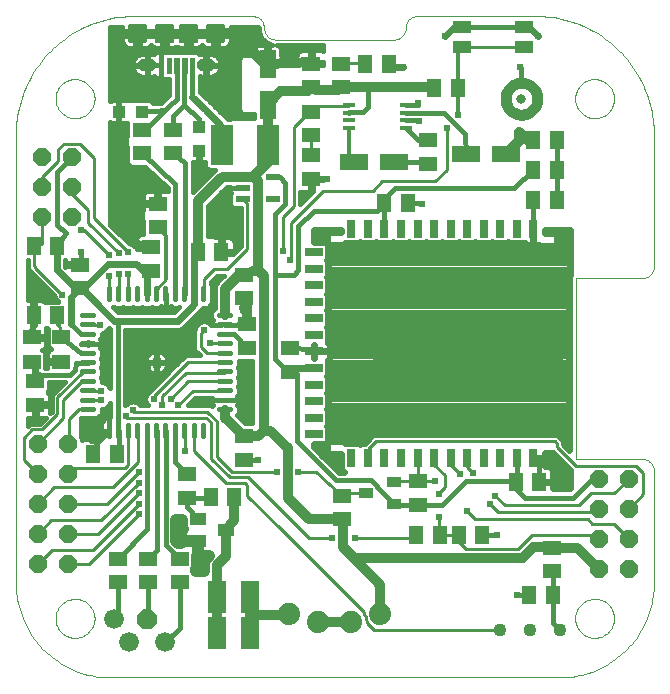
<source format=gtl>
G75*
%MOIN*%
%OFA0B0*%
%FSLAX24Y24*%
%IPPOS*%
%LPD*%
%AMOC8*
5,1,8,0,0,1.08239X$1,22.5*
%
%ADD10C,0.0000*%
%ADD11R,0.0630X0.0512*%
%ADD12R,0.0512X0.0630*%
%ADD13R,0.0551X0.0394*%
%ADD14OC8,0.0600*%
%ADD15C,0.0436*%
%ADD16C,0.0740*%
%ADD17R,0.0472X0.0354*%
%ADD18C,0.0660*%
%ADD19OC8,0.0660*%
%ADD20R,0.0315X0.0630*%
%ADD21R,0.0630X0.0315*%
%ADD22R,0.0472X0.0217*%
%ADD23R,0.0551X0.0945*%
%ADD24C,0.0142*%
%ADD25C,0.0394*%
%ADD26C,0.0016*%
%ADD27C,0.0122*%
%ADD28C,0.0320*%
%ADD29C,0.0060*%
%ADD30R,0.0748X0.1339*%
%ADD31R,0.0591X0.0492*%
%ADD32R,0.0610X0.0394*%
%ADD33R,0.0630X0.1063*%
%ADD34R,0.0394X0.0394*%
%ADD35R,0.0402X0.0161*%
%ADD36C,0.0354*%
%ADD37C,0.0197*%
%ADD38C,0.0320*%
%ADD39R,0.0945X0.0551*%
%ADD40C,0.0100*%
%ADD41C,0.0240*%
%ADD42C,0.0160*%
%ADD43C,0.0240*%
%ADD44C,0.0400*%
%ADD45C,0.0120*%
D10*
X004350Y005263D02*
X004352Y005313D01*
X004358Y005363D01*
X004368Y005413D01*
X004381Y005461D01*
X004398Y005509D01*
X004419Y005555D01*
X004443Y005599D01*
X004471Y005641D01*
X004502Y005681D01*
X004536Y005718D01*
X004573Y005753D01*
X004612Y005784D01*
X004653Y005813D01*
X004697Y005838D01*
X004743Y005860D01*
X004790Y005878D01*
X004838Y005892D01*
X004887Y005903D01*
X004937Y005910D01*
X004987Y005913D01*
X005038Y005912D01*
X005088Y005907D01*
X005138Y005898D01*
X005186Y005886D01*
X005234Y005869D01*
X005280Y005849D01*
X005325Y005826D01*
X005368Y005799D01*
X005408Y005769D01*
X005446Y005736D01*
X005481Y005700D01*
X005514Y005661D01*
X005543Y005620D01*
X005569Y005577D01*
X005592Y005532D01*
X005611Y005485D01*
X005626Y005437D01*
X005638Y005388D01*
X005646Y005338D01*
X005650Y005288D01*
X005650Y005238D01*
X005646Y005188D01*
X005638Y005138D01*
X005626Y005089D01*
X005611Y005041D01*
X005592Y004994D01*
X005569Y004949D01*
X005543Y004906D01*
X005514Y004865D01*
X005481Y004826D01*
X005446Y004790D01*
X005408Y004757D01*
X005368Y004727D01*
X005325Y004700D01*
X005280Y004677D01*
X005234Y004657D01*
X005186Y004640D01*
X005138Y004628D01*
X005088Y004619D01*
X005038Y004614D01*
X004987Y004613D01*
X004937Y004616D01*
X004887Y004623D01*
X004838Y004634D01*
X004790Y004648D01*
X004743Y004666D01*
X004697Y004688D01*
X004653Y004713D01*
X004612Y004742D01*
X004573Y004773D01*
X004536Y004808D01*
X004502Y004845D01*
X004471Y004885D01*
X004443Y004927D01*
X004419Y004971D01*
X004398Y005017D01*
X004381Y005065D01*
X004368Y005113D01*
X004358Y005163D01*
X004352Y005213D01*
X004350Y005263D01*
X003031Y006444D02*
X003031Y021405D01*
X004350Y022586D02*
X004352Y022636D01*
X004358Y022686D01*
X004368Y022736D01*
X004381Y022784D01*
X004398Y022832D01*
X004419Y022878D01*
X004443Y022922D01*
X004471Y022964D01*
X004502Y023004D01*
X004536Y023041D01*
X004573Y023076D01*
X004612Y023107D01*
X004653Y023136D01*
X004697Y023161D01*
X004743Y023183D01*
X004790Y023201D01*
X004838Y023215D01*
X004887Y023226D01*
X004937Y023233D01*
X004987Y023236D01*
X005038Y023235D01*
X005088Y023230D01*
X005138Y023221D01*
X005186Y023209D01*
X005234Y023192D01*
X005280Y023172D01*
X005325Y023149D01*
X005368Y023122D01*
X005408Y023092D01*
X005446Y023059D01*
X005481Y023023D01*
X005514Y022984D01*
X005543Y022943D01*
X005569Y022900D01*
X005592Y022855D01*
X005611Y022808D01*
X005626Y022760D01*
X005638Y022711D01*
X005646Y022661D01*
X005650Y022611D01*
X005650Y022561D01*
X005646Y022511D01*
X005638Y022461D01*
X005626Y022412D01*
X005611Y022364D01*
X005592Y022317D01*
X005569Y022272D01*
X005543Y022229D01*
X005514Y022188D01*
X005481Y022149D01*
X005446Y022113D01*
X005408Y022080D01*
X005368Y022050D01*
X005325Y022023D01*
X005280Y022000D01*
X005234Y021980D01*
X005186Y021963D01*
X005138Y021951D01*
X005088Y021942D01*
X005038Y021937D01*
X004987Y021936D01*
X004937Y021939D01*
X004887Y021946D01*
X004838Y021957D01*
X004790Y021971D01*
X004743Y021989D01*
X004697Y022011D01*
X004653Y022036D01*
X004612Y022065D01*
X004573Y022096D01*
X004536Y022131D01*
X004502Y022168D01*
X004471Y022208D01*
X004443Y022250D01*
X004419Y022294D01*
X004398Y022340D01*
X004381Y022388D01*
X004368Y022436D01*
X004358Y022486D01*
X004352Y022536D01*
X004350Y022586D01*
X003031Y021405D02*
X003033Y021529D01*
X003039Y021652D01*
X003048Y021776D01*
X003062Y021898D01*
X003079Y022021D01*
X003101Y022143D01*
X003126Y022264D01*
X003155Y022384D01*
X003187Y022503D01*
X003224Y022622D01*
X003264Y022739D01*
X003307Y022854D01*
X003355Y022969D01*
X003406Y023081D01*
X003460Y023192D01*
X003518Y023302D01*
X003579Y023409D01*
X003644Y023515D01*
X003712Y023618D01*
X003783Y023719D01*
X003857Y023818D01*
X003934Y023915D01*
X004015Y024009D01*
X004098Y024100D01*
X004184Y024189D01*
X004273Y024275D01*
X004364Y024358D01*
X004458Y024439D01*
X004555Y024516D01*
X004654Y024590D01*
X004755Y024661D01*
X004858Y024729D01*
X004964Y024794D01*
X005071Y024855D01*
X005181Y024913D01*
X005292Y024967D01*
X005404Y025018D01*
X005519Y025066D01*
X005634Y025109D01*
X005751Y025149D01*
X005870Y025186D01*
X005989Y025218D01*
X006109Y025247D01*
X006230Y025272D01*
X006352Y025294D01*
X006475Y025311D01*
X006597Y025325D01*
X006721Y025334D01*
X006844Y025340D01*
X006968Y025342D01*
X010905Y025342D01*
X010944Y025340D01*
X010982Y025334D01*
X011019Y025325D01*
X011056Y025312D01*
X011091Y025295D01*
X011124Y025276D01*
X011155Y025253D01*
X011184Y025227D01*
X011210Y025198D01*
X011233Y025167D01*
X011252Y025134D01*
X011269Y025099D01*
X011282Y025062D01*
X011291Y025025D01*
X011297Y024987D01*
X011299Y024948D01*
X011301Y024909D01*
X011307Y024871D01*
X011316Y024834D01*
X011329Y024797D01*
X011346Y024762D01*
X011365Y024729D01*
X011388Y024698D01*
X011414Y024669D01*
X011443Y024643D01*
X011474Y024620D01*
X011507Y024601D01*
X011542Y024584D01*
X011579Y024571D01*
X011616Y024562D01*
X011654Y024556D01*
X011693Y024554D01*
X011693Y024555D02*
X015630Y024555D01*
X015630Y024554D02*
X015669Y024556D01*
X015707Y024562D01*
X015744Y024571D01*
X015781Y024584D01*
X015816Y024601D01*
X015849Y024620D01*
X015880Y024643D01*
X015909Y024669D01*
X015935Y024698D01*
X015958Y024729D01*
X015977Y024762D01*
X015994Y024797D01*
X016007Y024834D01*
X016016Y024871D01*
X016022Y024909D01*
X016024Y024948D01*
X016023Y024948D02*
X016025Y024987D01*
X016031Y025025D01*
X016040Y025062D01*
X016053Y025099D01*
X016070Y025134D01*
X016089Y025167D01*
X016112Y025198D01*
X016138Y025227D01*
X016167Y025253D01*
X016198Y025276D01*
X016231Y025295D01*
X016266Y025312D01*
X016303Y025325D01*
X016340Y025334D01*
X016378Y025340D01*
X016417Y025342D01*
X020354Y025342D01*
X021673Y022586D02*
X021675Y022636D01*
X021681Y022686D01*
X021691Y022736D01*
X021704Y022784D01*
X021721Y022832D01*
X021742Y022878D01*
X021766Y022922D01*
X021794Y022964D01*
X021825Y023004D01*
X021859Y023041D01*
X021896Y023076D01*
X021935Y023107D01*
X021976Y023136D01*
X022020Y023161D01*
X022066Y023183D01*
X022113Y023201D01*
X022161Y023215D01*
X022210Y023226D01*
X022260Y023233D01*
X022310Y023236D01*
X022361Y023235D01*
X022411Y023230D01*
X022461Y023221D01*
X022509Y023209D01*
X022557Y023192D01*
X022603Y023172D01*
X022648Y023149D01*
X022691Y023122D01*
X022731Y023092D01*
X022769Y023059D01*
X022804Y023023D01*
X022837Y022984D01*
X022866Y022943D01*
X022892Y022900D01*
X022915Y022855D01*
X022934Y022808D01*
X022949Y022760D01*
X022961Y022711D01*
X022969Y022661D01*
X022973Y022611D01*
X022973Y022561D01*
X022969Y022511D01*
X022961Y022461D01*
X022949Y022412D01*
X022934Y022364D01*
X022915Y022317D01*
X022892Y022272D01*
X022866Y022229D01*
X022837Y022188D01*
X022804Y022149D01*
X022769Y022113D01*
X022731Y022080D01*
X022691Y022050D01*
X022648Y022023D01*
X022603Y022000D01*
X022557Y021980D01*
X022509Y021963D01*
X022461Y021951D01*
X022411Y021942D01*
X022361Y021937D01*
X022310Y021936D01*
X022260Y021939D01*
X022210Y021946D01*
X022161Y021957D01*
X022113Y021971D01*
X022066Y021989D01*
X022020Y022011D01*
X021976Y022036D01*
X021935Y022065D01*
X021896Y022096D01*
X021859Y022131D01*
X021825Y022168D01*
X021794Y022208D01*
X021766Y022250D01*
X021742Y022294D01*
X021721Y022340D01*
X021704Y022388D01*
X021691Y022436D01*
X021681Y022486D01*
X021675Y022536D01*
X021673Y022586D01*
X024291Y021405D02*
X024289Y021529D01*
X024283Y021652D01*
X024274Y021776D01*
X024260Y021898D01*
X024243Y022021D01*
X024221Y022143D01*
X024196Y022264D01*
X024167Y022384D01*
X024135Y022503D01*
X024098Y022622D01*
X024058Y022739D01*
X024015Y022854D01*
X023967Y022969D01*
X023916Y023081D01*
X023862Y023192D01*
X023804Y023302D01*
X023743Y023409D01*
X023678Y023515D01*
X023610Y023618D01*
X023539Y023719D01*
X023465Y023818D01*
X023388Y023915D01*
X023307Y024009D01*
X023224Y024100D01*
X023138Y024189D01*
X023049Y024275D01*
X022958Y024358D01*
X022864Y024439D01*
X022767Y024516D01*
X022668Y024590D01*
X022567Y024661D01*
X022464Y024729D01*
X022358Y024794D01*
X022251Y024855D01*
X022141Y024913D01*
X022030Y024967D01*
X021918Y025018D01*
X021803Y025066D01*
X021688Y025109D01*
X021571Y025149D01*
X021452Y025186D01*
X021333Y025218D01*
X021213Y025247D01*
X021092Y025272D01*
X020970Y025294D01*
X020847Y025311D01*
X020725Y025325D01*
X020601Y025334D01*
X020478Y025340D01*
X020354Y025342D01*
X024291Y021405D02*
X024291Y016996D01*
X024289Y016957D01*
X024283Y016919D01*
X024274Y016882D01*
X024261Y016845D01*
X024244Y016810D01*
X024225Y016777D01*
X024202Y016746D01*
X024176Y016717D01*
X024147Y016691D01*
X024116Y016668D01*
X024083Y016649D01*
X024048Y016632D01*
X024011Y016619D01*
X023974Y016610D01*
X023936Y016604D01*
X023897Y016602D01*
X021693Y016602D01*
X021693Y016523D01*
X021693Y010578D01*
X023897Y010578D01*
X023897Y010579D02*
X023936Y010577D01*
X023974Y010571D01*
X024011Y010562D01*
X024048Y010549D01*
X024083Y010532D01*
X024116Y010513D01*
X024147Y010490D01*
X024176Y010464D01*
X024202Y010435D01*
X024225Y010404D01*
X024244Y010371D01*
X024261Y010336D01*
X024274Y010299D01*
X024283Y010262D01*
X024289Y010224D01*
X024291Y010185D01*
X024291Y006444D01*
X021673Y005263D02*
X021675Y005313D01*
X021681Y005363D01*
X021691Y005413D01*
X021704Y005461D01*
X021721Y005509D01*
X021742Y005555D01*
X021766Y005599D01*
X021794Y005641D01*
X021825Y005681D01*
X021859Y005718D01*
X021896Y005753D01*
X021935Y005784D01*
X021976Y005813D01*
X022020Y005838D01*
X022066Y005860D01*
X022113Y005878D01*
X022161Y005892D01*
X022210Y005903D01*
X022260Y005910D01*
X022310Y005913D01*
X022361Y005912D01*
X022411Y005907D01*
X022461Y005898D01*
X022509Y005886D01*
X022557Y005869D01*
X022603Y005849D01*
X022648Y005826D01*
X022691Y005799D01*
X022731Y005769D01*
X022769Y005736D01*
X022804Y005700D01*
X022837Y005661D01*
X022866Y005620D01*
X022892Y005577D01*
X022915Y005532D01*
X022934Y005485D01*
X022949Y005437D01*
X022961Y005388D01*
X022969Y005338D01*
X022973Y005288D01*
X022973Y005238D01*
X022969Y005188D01*
X022961Y005138D01*
X022949Y005089D01*
X022934Y005041D01*
X022915Y004994D01*
X022892Y004949D01*
X022866Y004906D01*
X022837Y004865D01*
X022804Y004826D01*
X022769Y004790D01*
X022731Y004757D01*
X022691Y004727D01*
X022648Y004700D01*
X022603Y004677D01*
X022557Y004657D01*
X022509Y004640D01*
X022461Y004628D01*
X022411Y004619D01*
X022361Y004614D01*
X022310Y004613D01*
X022260Y004616D01*
X022210Y004623D01*
X022161Y004634D01*
X022113Y004648D01*
X022066Y004666D01*
X022020Y004688D01*
X021976Y004713D01*
X021935Y004742D01*
X021896Y004773D01*
X021859Y004808D01*
X021825Y004845D01*
X021794Y004885D01*
X021766Y004927D01*
X021742Y004971D01*
X021721Y005017D01*
X021704Y005065D01*
X021691Y005113D01*
X021681Y005163D01*
X021675Y005213D01*
X021673Y005263D01*
X021141Y003294D02*
X021251Y003296D01*
X021361Y003302D01*
X021470Y003311D01*
X021579Y003325D01*
X021688Y003342D01*
X021796Y003363D01*
X021903Y003388D01*
X022009Y003416D01*
X022114Y003448D01*
X022218Y003484D01*
X022321Y003523D01*
X022422Y003566D01*
X022522Y003613D01*
X022620Y003663D01*
X022716Y003716D01*
X022810Y003773D01*
X022902Y003833D01*
X022993Y003896D01*
X023080Y003962D01*
X023166Y004031D01*
X023249Y004103D01*
X023329Y004178D01*
X023407Y004256D01*
X023482Y004336D01*
X023554Y004419D01*
X023623Y004505D01*
X023689Y004592D01*
X023752Y004683D01*
X023812Y004775D01*
X023869Y004869D01*
X023922Y004965D01*
X023972Y005063D01*
X024019Y005163D01*
X024062Y005264D01*
X024101Y005367D01*
X024137Y005471D01*
X024169Y005576D01*
X024197Y005682D01*
X024222Y005789D01*
X024243Y005897D01*
X024260Y006006D01*
X024274Y006115D01*
X024283Y006224D01*
X024289Y006334D01*
X024291Y006444D01*
X021141Y003295D02*
X006181Y003295D01*
X006181Y003294D02*
X006071Y003296D01*
X005961Y003302D01*
X005852Y003311D01*
X005743Y003325D01*
X005634Y003342D01*
X005526Y003363D01*
X005419Y003388D01*
X005313Y003416D01*
X005208Y003448D01*
X005104Y003484D01*
X005001Y003523D01*
X004900Y003566D01*
X004800Y003613D01*
X004702Y003663D01*
X004606Y003716D01*
X004512Y003773D01*
X004420Y003833D01*
X004329Y003896D01*
X004242Y003962D01*
X004156Y004031D01*
X004073Y004103D01*
X003993Y004178D01*
X003915Y004256D01*
X003840Y004336D01*
X003768Y004419D01*
X003699Y004505D01*
X003633Y004592D01*
X003570Y004683D01*
X003510Y004775D01*
X003453Y004869D01*
X003400Y004965D01*
X003350Y005063D01*
X003303Y005163D01*
X003260Y005264D01*
X003221Y005367D01*
X003185Y005471D01*
X003153Y005576D01*
X003125Y005682D01*
X003100Y005789D01*
X003079Y005897D01*
X003062Y006006D01*
X003048Y006115D01*
X003039Y006224D01*
X003033Y006334D01*
X003031Y006444D01*
D11*
X006417Y006464D03*
X006417Y007252D03*
X007441Y007252D03*
X007441Y006464D03*
X008484Y006464D03*
X008484Y007252D03*
X008740Y009279D03*
X008740Y010067D03*
X010630Y010539D03*
X010630Y011326D03*
X012150Y013492D03*
X012150Y014279D03*
X010748Y014279D03*
X010748Y015067D03*
X010630Y015933D03*
X010630Y016720D03*
X007756Y018295D03*
X007519Y017626D03*
X007519Y016838D03*
X007756Y019082D03*
X008267Y020760D03*
X008267Y021548D03*
X007244Y021548D03*
X007244Y020760D03*
X005177Y017055D03*
X005177Y016267D03*
X003676Y013177D03*
X003676Y012389D03*
X012874Y019909D03*
X012874Y020696D03*
X012874Y021366D03*
X012874Y022153D03*
X012872Y022969D03*
X012872Y023757D03*
X013878Y023757D03*
X013878Y022970D03*
X016771Y021208D03*
X016771Y020421D03*
X016417Y009830D03*
X016417Y009043D03*
X013897Y009358D03*
X013897Y008570D03*
X020909Y007619D03*
X020909Y006831D03*
D12*
X020925Y006031D03*
X020137Y006031D03*
X018582Y008059D03*
X017795Y008059D03*
X017165Y008059D03*
X016378Y008059D03*
X019685Y009806D03*
X020472Y009806D03*
X020275Y019200D03*
X021063Y019200D03*
X021063Y020224D03*
X020275Y020224D03*
X020275Y021208D03*
X021063Y021208D03*
X017756Y022941D03*
X016968Y022941D03*
X015457Y023738D03*
X014670Y023738D03*
X015315Y019097D03*
X016102Y019097D03*
X009882Y017468D03*
X009094Y017468D03*
X004409Y017675D03*
X003622Y017675D03*
X003622Y015367D03*
X004409Y015367D03*
X005595Y010756D03*
X006383Y010756D03*
X009527Y009304D03*
X010315Y009304D03*
D13*
X010039Y008216D03*
X009094Y007842D03*
X009094Y008590D03*
D14*
X004752Y009082D03*
X004752Y010082D03*
X004752Y011082D03*
X003752Y011082D03*
X003752Y010082D03*
X003752Y009082D03*
X003752Y008082D03*
X004752Y008082D03*
X004752Y007082D03*
X003752Y007082D03*
X003909Y018633D03*
X004909Y018633D03*
X004909Y019633D03*
X003909Y019633D03*
X003909Y020633D03*
X004909Y020633D03*
X022452Y009913D03*
X022452Y008913D03*
X022452Y007913D03*
X022452Y006913D03*
X023452Y006913D03*
X023452Y007913D03*
X023452Y008913D03*
X023452Y009913D03*
D15*
X021157Y004870D03*
X020157Y004870D03*
X019157Y004870D03*
D16*
X015178Y005393D03*
X014212Y005134D03*
X013111Y005134D03*
X012145Y005393D03*
D17*
X015630Y009063D03*
X015630Y009811D03*
X014685Y009437D03*
D18*
X008015Y004488D03*
X006815Y004488D03*
X006315Y005251D03*
D19*
X007415Y005251D03*
D20*
X014212Y010618D03*
X014763Y010618D03*
X015315Y010618D03*
X015866Y010618D03*
X016417Y010618D03*
X016968Y010618D03*
X017519Y010618D03*
X018071Y010618D03*
X018622Y010618D03*
X019173Y010618D03*
X019724Y010618D03*
X020275Y010618D03*
X020275Y018256D03*
X019724Y018256D03*
X019173Y018256D03*
X018622Y018256D03*
X018071Y018256D03*
X017519Y018256D03*
X016968Y018256D03*
X016417Y018256D03*
X015866Y018256D03*
X015315Y018256D03*
X014763Y018256D03*
X014212Y018256D03*
D21*
X012952Y017468D03*
X012952Y016917D03*
X012952Y016366D03*
X012952Y015815D03*
X012952Y015263D03*
X012952Y014712D03*
X012952Y014161D03*
X012952Y013610D03*
X012952Y013059D03*
X012952Y012507D03*
X012952Y011956D03*
X012952Y011405D03*
D22*
X011614Y019235D03*
X011614Y019983D03*
X010590Y019983D03*
X010590Y019609D03*
X010590Y019235D03*
D23*
X011417Y022389D03*
X011417Y023728D03*
D24*
X009274Y016279D02*
X009274Y015871D01*
X009274Y016279D02*
X009308Y016279D01*
X009308Y015871D01*
X009274Y015871D01*
X009274Y016012D02*
X009308Y016012D01*
X009308Y016153D02*
X009274Y016153D01*
X008959Y016279D02*
X008959Y015871D01*
X008959Y016279D02*
X008993Y016279D01*
X008993Y015871D01*
X008959Y015871D01*
X008959Y016012D02*
X008993Y016012D01*
X008993Y016153D02*
X008959Y016153D01*
X008644Y016279D02*
X008644Y015871D01*
X008644Y016279D02*
X008678Y016279D01*
X008678Y015871D01*
X008644Y015871D01*
X008644Y016012D02*
X008678Y016012D01*
X008678Y016153D02*
X008644Y016153D01*
X008329Y016279D02*
X008329Y015871D01*
X008329Y016279D02*
X008363Y016279D01*
X008363Y015871D01*
X008329Y015871D01*
X008329Y016012D02*
X008363Y016012D01*
X008363Y016153D02*
X008329Y016153D01*
X008014Y016279D02*
X008014Y015871D01*
X008014Y016279D02*
X008048Y016279D01*
X008048Y015871D01*
X008014Y015871D01*
X008014Y016012D02*
X008048Y016012D01*
X008048Y016153D02*
X008014Y016153D01*
X007699Y016279D02*
X007699Y015871D01*
X007699Y016279D02*
X007733Y016279D01*
X007733Y015871D01*
X007699Y015871D01*
X007699Y016012D02*
X007733Y016012D01*
X007733Y016153D02*
X007699Y016153D01*
X007384Y016279D02*
X007384Y015871D01*
X007384Y016279D02*
X007418Y016279D01*
X007418Y015871D01*
X007384Y015871D01*
X007384Y016012D02*
X007418Y016012D01*
X007418Y016153D02*
X007384Y016153D01*
X007069Y016279D02*
X007069Y015871D01*
X007069Y016279D02*
X007103Y016279D01*
X007103Y015871D01*
X007069Y015871D01*
X007069Y016012D02*
X007103Y016012D01*
X007103Y016153D02*
X007069Y016153D01*
X006754Y016279D02*
X006754Y015871D01*
X006754Y016279D02*
X006788Y016279D01*
X006788Y015871D01*
X006754Y015871D01*
X006754Y016012D02*
X006788Y016012D01*
X006788Y016153D02*
X006754Y016153D01*
X006439Y016279D02*
X006439Y015871D01*
X006439Y016279D02*
X006473Y016279D01*
X006473Y015871D01*
X006439Y015871D01*
X006439Y016012D02*
X006473Y016012D01*
X006473Y016153D02*
X006439Y016153D01*
X006124Y016279D02*
X006124Y015871D01*
X006124Y016279D02*
X006158Y016279D01*
X006158Y015871D01*
X006124Y015871D01*
X006124Y016012D02*
X006158Y016012D01*
X006158Y016153D02*
X006124Y016153D01*
X005229Y015384D02*
X005229Y015350D01*
X005229Y015384D02*
X005637Y015384D01*
X005637Y015350D01*
X005229Y015350D01*
X005229Y015069D02*
X005229Y015035D01*
X005229Y015069D02*
X005637Y015069D01*
X005637Y015035D01*
X005229Y015035D01*
X005229Y014754D02*
X005229Y014720D01*
X005229Y014754D02*
X005637Y014754D01*
X005637Y014720D01*
X005229Y014720D01*
X005229Y014439D02*
X005229Y014405D01*
X005229Y014439D02*
X005637Y014439D01*
X005637Y014405D01*
X005229Y014405D01*
X005229Y014124D02*
X005229Y014090D01*
X005229Y014124D02*
X005637Y014124D01*
X005637Y014090D01*
X005229Y014090D01*
X005229Y013809D02*
X005229Y013775D01*
X005229Y013809D02*
X005637Y013809D01*
X005637Y013775D01*
X005229Y013775D01*
X005229Y013494D02*
X005229Y013460D01*
X005229Y013494D02*
X005637Y013494D01*
X005637Y013460D01*
X005229Y013460D01*
X005229Y013179D02*
X005229Y013145D01*
X005229Y013179D02*
X005637Y013179D01*
X005637Y013145D01*
X005229Y013145D01*
X005229Y012864D02*
X005229Y012830D01*
X005229Y012864D02*
X005637Y012864D01*
X005637Y012830D01*
X005229Y012830D01*
X005229Y012549D02*
X005229Y012515D01*
X005229Y012549D02*
X005637Y012549D01*
X005637Y012515D01*
X005229Y012515D01*
X005229Y012234D02*
X005229Y012200D01*
X005229Y012234D02*
X005637Y012234D01*
X005637Y012200D01*
X005229Y012200D01*
X006124Y011712D02*
X006124Y011304D01*
X006124Y011712D02*
X006158Y011712D01*
X006158Y011304D01*
X006124Y011304D01*
X006124Y011445D02*
X006158Y011445D01*
X006158Y011586D02*
X006124Y011586D01*
X006439Y011712D02*
X006439Y011304D01*
X006439Y011712D02*
X006473Y011712D01*
X006473Y011304D01*
X006439Y011304D01*
X006439Y011445D02*
X006473Y011445D01*
X006473Y011586D02*
X006439Y011586D01*
X006754Y011712D02*
X006754Y011304D01*
X006754Y011712D02*
X006788Y011712D01*
X006788Y011304D01*
X006754Y011304D01*
X006754Y011445D02*
X006788Y011445D01*
X006788Y011586D02*
X006754Y011586D01*
X007069Y011712D02*
X007069Y011304D01*
X007069Y011712D02*
X007103Y011712D01*
X007103Y011304D01*
X007069Y011304D01*
X007069Y011445D02*
X007103Y011445D01*
X007103Y011586D02*
X007069Y011586D01*
X007384Y011712D02*
X007384Y011304D01*
X007384Y011712D02*
X007418Y011712D01*
X007418Y011304D01*
X007384Y011304D01*
X007384Y011445D02*
X007418Y011445D01*
X007418Y011586D02*
X007384Y011586D01*
X007699Y011712D02*
X007699Y011304D01*
X007699Y011712D02*
X007733Y011712D01*
X007733Y011304D01*
X007699Y011304D01*
X007699Y011445D02*
X007733Y011445D01*
X007733Y011586D02*
X007699Y011586D01*
X008014Y011712D02*
X008014Y011304D01*
X008014Y011712D02*
X008048Y011712D01*
X008048Y011304D01*
X008014Y011304D01*
X008014Y011445D02*
X008048Y011445D01*
X008048Y011586D02*
X008014Y011586D01*
X008329Y011712D02*
X008329Y011304D01*
X008329Y011712D02*
X008363Y011712D01*
X008363Y011304D01*
X008329Y011304D01*
X008329Y011445D02*
X008363Y011445D01*
X008363Y011586D02*
X008329Y011586D01*
X008644Y011712D02*
X008644Y011304D01*
X008644Y011712D02*
X008678Y011712D01*
X008678Y011304D01*
X008644Y011304D01*
X008644Y011445D02*
X008678Y011445D01*
X008678Y011586D02*
X008644Y011586D01*
X008959Y011712D02*
X008959Y011304D01*
X008959Y011712D02*
X008993Y011712D01*
X008993Y011304D01*
X008959Y011304D01*
X008959Y011445D02*
X008993Y011445D01*
X008993Y011586D02*
X008959Y011586D01*
X009274Y011712D02*
X009274Y011304D01*
X009274Y011712D02*
X009308Y011712D01*
X009308Y011304D01*
X009274Y011304D01*
X009274Y011445D02*
X009308Y011445D01*
X009308Y011586D02*
X009274Y011586D01*
X009796Y012200D02*
X009796Y012234D01*
X010204Y012234D01*
X010204Y012200D01*
X009796Y012200D01*
X009796Y012515D02*
X009796Y012549D01*
X010204Y012549D01*
X010204Y012515D01*
X009796Y012515D01*
X009796Y012830D02*
X009796Y012864D01*
X010204Y012864D01*
X010204Y012830D01*
X009796Y012830D01*
X009796Y013145D02*
X009796Y013179D01*
X010204Y013179D01*
X010204Y013145D01*
X009796Y013145D01*
X009796Y013460D02*
X009796Y013494D01*
X010204Y013494D01*
X010204Y013460D01*
X009796Y013460D01*
X009796Y013775D02*
X009796Y013809D01*
X010204Y013809D01*
X010204Y013775D01*
X009796Y013775D01*
X009796Y014090D02*
X009796Y014124D01*
X010204Y014124D01*
X010204Y014090D01*
X009796Y014090D01*
X009796Y014405D02*
X009796Y014439D01*
X010204Y014439D01*
X010204Y014405D01*
X009796Y014405D01*
X009796Y014720D02*
X009796Y014754D01*
X010204Y014754D01*
X010204Y014720D01*
X009796Y014720D01*
X009796Y015035D02*
X009796Y015069D01*
X010204Y015069D01*
X010204Y015035D01*
X009796Y015035D01*
X009796Y015350D02*
X009796Y015384D01*
X010204Y015384D01*
X010204Y015350D01*
X009796Y015350D01*
D25*
X007716Y013792D03*
D26*
X007793Y023958D02*
X007937Y023958D01*
X007937Y023444D01*
X007793Y023444D01*
X007793Y023958D01*
X007793Y023459D02*
X007937Y023459D01*
X007937Y023474D02*
X007793Y023474D01*
X007793Y023489D02*
X007937Y023489D01*
X007937Y023504D02*
X007793Y023504D01*
X007793Y023519D02*
X007937Y023519D01*
X007937Y023534D02*
X007793Y023534D01*
X007793Y023549D02*
X007937Y023549D01*
X007937Y023564D02*
X007793Y023564D01*
X007793Y023579D02*
X007937Y023579D01*
X007937Y023594D02*
X007793Y023594D01*
X007793Y023609D02*
X007937Y023609D01*
X007937Y023624D02*
X007793Y023624D01*
X007793Y023639D02*
X007937Y023639D01*
X007937Y023654D02*
X007793Y023654D01*
X007793Y023669D02*
X007937Y023669D01*
X007937Y023684D02*
X007793Y023684D01*
X007793Y023699D02*
X007937Y023699D01*
X007937Y023714D02*
X007793Y023714D01*
X007793Y023729D02*
X007937Y023729D01*
X007937Y023744D02*
X007793Y023744D01*
X007793Y023759D02*
X007937Y023759D01*
X007937Y023774D02*
X007793Y023774D01*
X007793Y023789D02*
X007937Y023789D01*
X007937Y023804D02*
X007793Y023804D01*
X007793Y023819D02*
X007937Y023819D01*
X007937Y023834D02*
X007793Y023834D01*
X007793Y023849D02*
X007937Y023849D01*
X007937Y023864D02*
X007793Y023864D01*
X007793Y023879D02*
X007937Y023879D01*
X007937Y023894D02*
X007793Y023894D01*
X007793Y023909D02*
X007937Y023909D01*
X007937Y023924D02*
X007793Y023924D01*
X007793Y023939D02*
X007937Y023939D01*
X007937Y023954D02*
X007793Y023954D01*
X008053Y023958D02*
X008197Y023958D01*
X008197Y023444D01*
X008053Y023444D01*
X008053Y023958D01*
X008053Y023459D02*
X008197Y023459D01*
X008197Y023474D02*
X008053Y023474D01*
X008053Y023489D02*
X008197Y023489D01*
X008197Y023504D02*
X008053Y023504D01*
X008053Y023519D02*
X008197Y023519D01*
X008197Y023534D02*
X008053Y023534D01*
X008053Y023549D02*
X008197Y023549D01*
X008197Y023564D02*
X008053Y023564D01*
X008053Y023579D02*
X008197Y023579D01*
X008197Y023594D02*
X008053Y023594D01*
X008053Y023609D02*
X008197Y023609D01*
X008197Y023624D02*
X008053Y023624D01*
X008053Y023639D02*
X008197Y023639D01*
X008197Y023654D02*
X008053Y023654D01*
X008053Y023669D02*
X008197Y023669D01*
X008197Y023684D02*
X008053Y023684D01*
X008053Y023699D02*
X008197Y023699D01*
X008197Y023714D02*
X008053Y023714D01*
X008053Y023729D02*
X008197Y023729D01*
X008197Y023744D02*
X008053Y023744D01*
X008053Y023759D02*
X008197Y023759D01*
X008197Y023774D02*
X008053Y023774D01*
X008053Y023789D02*
X008197Y023789D01*
X008197Y023804D02*
X008053Y023804D01*
X008053Y023819D02*
X008197Y023819D01*
X008197Y023834D02*
X008053Y023834D01*
X008053Y023849D02*
X008197Y023849D01*
X008197Y023864D02*
X008053Y023864D01*
X008053Y023879D02*
X008197Y023879D01*
X008197Y023894D02*
X008053Y023894D01*
X008053Y023909D02*
X008197Y023909D01*
X008197Y023924D02*
X008053Y023924D01*
X008053Y023939D02*
X008197Y023939D01*
X008197Y023954D02*
X008053Y023954D01*
X008313Y023958D02*
X008457Y023958D01*
X008457Y023444D01*
X008313Y023444D01*
X008313Y023958D01*
X008313Y023459D02*
X008457Y023459D01*
X008457Y023474D02*
X008313Y023474D01*
X008313Y023489D02*
X008457Y023489D01*
X008457Y023504D02*
X008313Y023504D01*
X008313Y023519D02*
X008457Y023519D01*
X008457Y023534D02*
X008313Y023534D01*
X008313Y023549D02*
X008457Y023549D01*
X008457Y023564D02*
X008313Y023564D01*
X008313Y023579D02*
X008457Y023579D01*
X008457Y023594D02*
X008313Y023594D01*
X008313Y023609D02*
X008457Y023609D01*
X008457Y023624D02*
X008313Y023624D01*
X008313Y023639D02*
X008457Y023639D01*
X008457Y023654D02*
X008313Y023654D01*
X008313Y023669D02*
X008457Y023669D01*
X008457Y023684D02*
X008313Y023684D01*
X008313Y023699D02*
X008457Y023699D01*
X008457Y023714D02*
X008313Y023714D01*
X008313Y023729D02*
X008457Y023729D01*
X008457Y023744D02*
X008313Y023744D01*
X008313Y023759D02*
X008457Y023759D01*
X008457Y023774D02*
X008313Y023774D01*
X008313Y023789D02*
X008457Y023789D01*
X008457Y023804D02*
X008313Y023804D01*
X008313Y023819D02*
X008457Y023819D01*
X008457Y023834D02*
X008313Y023834D01*
X008313Y023849D02*
X008457Y023849D01*
X008457Y023864D02*
X008313Y023864D01*
X008313Y023879D02*
X008457Y023879D01*
X008457Y023894D02*
X008313Y023894D01*
X008313Y023909D02*
X008457Y023909D01*
X008457Y023924D02*
X008313Y023924D01*
X008313Y023939D02*
X008457Y023939D01*
X008457Y023954D02*
X008313Y023954D01*
X008573Y023958D02*
X008717Y023958D01*
X008717Y023444D01*
X008573Y023444D01*
X008573Y023958D01*
X008573Y023459D02*
X008717Y023459D01*
X008717Y023474D02*
X008573Y023474D01*
X008573Y023489D02*
X008717Y023489D01*
X008717Y023504D02*
X008573Y023504D01*
X008573Y023519D02*
X008717Y023519D01*
X008717Y023534D02*
X008573Y023534D01*
X008573Y023549D02*
X008717Y023549D01*
X008717Y023564D02*
X008573Y023564D01*
X008573Y023579D02*
X008717Y023579D01*
X008717Y023594D02*
X008573Y023594D01*
X008573Y023609D02*
X008717Y023609D01*
X008717Y023624D02*
X008573Y023624D01*
X008573Y023639D02*
X008717Y023639D01*
X008717Y023654D02*
X008573Y023654D01*
X008573Y023669D02*
X008717Y023669D01*
X008717Y023684D02*
X008573Y023684D01*
X008573Y023699D02*
X008717Y023699D01*
X008717Y023714D02*
X008573Y023714D01*
X008573Y023729D02*
X008717Y023729D01*
X008717Y023744D02*
X008573Y023744D01*
X008573Y023759D02*
X008717Y023759D01*
X008717Y023774D02*
X008573Y023774D01*
X008573Y023789D02*
X008717Y023789D01*
X008717Y023804D02*
X008573Y023804D01*
X008573Y023819D02*
X008717Y023819D01*
X008717Y023834D02*
X008573Y023834D01*
X008573Y023849D02*
X008717Y023849D01*
X008717Y023864D02*
X008573Y023864D01*
X008573Y023879D02*
X008717Y023879D01*
X008717Y023894D02*
X008573Y023894D01*
X008573Y023909D02*
X008717Y023909D01*
X008717Y023924D02*
X008573Y023924D01*
X008573Y023939D02*
X008717Y023939D01*
X008717Y023954D02*
X008573Y023954D01*
X008833Y023958D02*
X008977Y023958D01*
X008977Y023444D01*
X008833Y023444D01*
X008833Y023958D01*
X008833Y023459D02*
X008977Y023459D01*
X008977Y023474D02*
X008833Y023474D01*
X008833Y023489D02*
X008977Y023489D01*
X008977Y023504D02*
X008833Y023504D01*
X008833Y023519D02*
X008977Y023519D01*
X008977Y023534D02*
X008833Y023534D01*
X008833Y023549D02*
X008977Y023549D01*
X008977Y023564D02*
X008833Y023564D01*
X008833Y023579D02*
X008977Y023579D01*
X008977Y023594D02*
X008833Y023594D01*
X008833Y023609D02*
X008977Y023609D01*
X008977Y023624D02*
X008833Y023624D01*
X008833Y023639D02*
X008977Y023639D01*
X008977Y023654D02*
X008833Y023654D01*
X008833Y023669D02*
X008977Y023669D01*
X008977Y023684D02*
X008833Y023684D01*
X008833Y023699D02*
X008977Y023699D01*
X008977Y023714D02*
X008833Y023714D01*
X008833Y023729D02*
X008977Y023729D01*
X008977Y023744D02*
X008833Y023744D01*
X008833Y023759D02*
X008977Y023759D01*
X008977Y023774D02*
X008833Y023774D01*
X008833Y023789D02*
X008977Y023789D01*
X008977Y023804D02*
X008833Y023804D01*
X008833Y023819D02*
X008977Y023819D01*
X008977Y023834D02*
X008833Y023834D01*
X008833Y023849D02*
X008977Y023849D01*
X008977Y023864D02*
X008833Y023864D01*
X008833Y023879D02*
X008977Y023879D01*
X008977Y023894D02*
X008833Y023894D01*
X008833Y023909D02*
X008977Y023909D01*
X008977Y023924D02*
X008833Y023924D01*
X008833Y023939D02*
X008977Y023939D01*
X008977Y023954D02*
X008833Y023954D01*
D27*
X009421Y025005D02*
X009949Y025005D01*
X009949Y024517D01*
X009421Y024517D01*
X009421Y025005D01*
X009421Y024638D02*
X009949Y024638D01*
X009949Y024759D02*
X009421Y024759D01*
X009421Y024880D02*
X009949Y024880D01*
X009949Y025001D02*
X009421Y025001D01*
X007349Y025005D02*
X006821Y025005D01*
X007349Y025005D02*
X007349Y024517D01*
X006821Y024517D01*
X006821Y025005D01*
X006821Y024638D02*
X007349Y024638D01*
X007349Y024759D02*
X006821Y024759D01*
X006821Y024880D02*
X007349Y024880D01*
X007349Y025001D02*
X006821Y025001D01*
D28*
X007265Y023741D02*
X007545Y023741D01*
X007545Y023661D01*
X007265Y023661D01*
X007265Y023741D01*
X009225Y023741D02*
X009505Y023741D01*
X009505Y023661D01*
X009225Y023661D01*
X009225Y023741D01*
X009685Y024761D02*
X010305Y024761D01*
X011417Y023649D01*
X011417Y023728D02*
X012913Y023807D01*
X012952Y023767D01*
X012872Y022969D02*
X012754Y022851D01*
X011840Y022851D01*
X011417Y022389D01*
X011437Y022409D01*
X011437Y022153D01*
X011437Y021051D01*
X011437Y020470D01*
X010949Y019983D01*
X011102Y019830D01*
X011102Y017783D01*
X011102Y016897D01*
X011102Y016878D01*
X011023Y016878D01*
X010630Y016720D01*
X010472Y016720D01*
X010236Y016484D01*
X010000Y016248D01*
X010000Y015367D01*
X010630Y015618D02*
X010748Y015500D01*
X010748Y015815D01*
X010630Y015933D01*
X010748Y015500D02*
X010748Y015067D01*
X010694Y015052D01*
X010236Y016484D02*
X010354Y016602D01*
X011102Y016878D02*
X011299Y016681D01*
X011299Y011523D01*
X011496Y011523D01*
X012086Y010933D01*
X012086Y009279D01*
X012795Y008570D01*
X013897Y008570D01*
X013937Y008492D01*
X013937Y007626D01*
X014291Y007271D01*
X015178Y006385D01*
X015178Y005393D01*
X014212Y005134D02*
X013111Y005134D01*
X012145Y005393D02*
X012126Y005381D01*
X010984Y005381D01*
X010826Y005381D01*
X010826Y004791D01*
X010826Y005381D02*
X010826Y005972D01*
X009724Y005972D02*
X009724Y007035D01*
X010039Y007350D01*
X010039Y008216D01*
X010315Y008531D01*
X010315Y009304D01*
X010630Y011326D02*
X010000Y011956D01*
X010000Y012217D01*
X010630Y011326D02*
X011102Y011326D01*
X011299Y011523D01*
X014291Y007271D02*
X015197Y007271D01*
X019921Y007271D01*
X020275Y007626D01*
X020901Y007626D01*
X020909Y007619D01*
X021747Y007619D01*
X022452Y006913D01*
X011102Y017547D02*
X011102Y017783D01*
X009094Y017468D02*
X009094Y019161D01*
X009882Y019948D01*
X009916Y019983D01*
X010590Y019983D01*
X010949Y019983D01*
X013031Y022862D02*
X013769Y022862D01*
X013878Y022970D01*
X014763Y022970D01*
X016860Y022970D01*
X016968Y022941D01*
X019370Y020736D02*
X019803Y021169D01*
X019803Y021484D01*
X020078Y021208D01*
X009724Y005972D02*
X009724Y004791D01*
D29*
X009055Y025031D02*
X008515Y025031D01*
X009055Y025031D02*
X009055Y024491D01*
X008515Y024491D01*
X008515Y025031D01*
X008515Y024550D02*
X009055Y024550D01*
X009055Y024609D02*
X008515Y024609D01*
X008515Y024668D02*
X009055Y024668D01*
X009055Y024727D02*
X008515Y024727D01*
X008515Y024786D02*
X009055Y024786D01*
X009055Y024845D02*
X008515Y024845D01*
X008515Y024904D02*
X009055Y024904D01*
X009055Y024963D02*
X008515Y024963D01*
X008515Y025022D02*
X009055Y025022D01*
X008255Y025031D02*
X007715Y025031D01*
X008255Y025031D02*
X008255Y024491D01*
X007715Y024491D01*
X007715Y025031D01*
X007715Y024550D02*
X008255Y024550D01*
X008255Y024609D02*
X007715Y024609D01*
X007715Y024668D02*
X008255Y024668D01*
X008255Y024727D02*
X007715Y024727D01*
X007715Y024786D02*
X008255Y024786D01*
X008255Y024845D02*
X007715Y024845D01*
X007715Y024904D02*
X008255Y024904D01*
X008255Y024963D02*
X007715Y024963D01*
X007715Y025022D02*
X008255Y025022D01*
D30*
X009901Y021051D03*
X011437Y021051D03*
D31*
X004547Y014629D03*
X004547Y013821D03*
X003563Y013821D03*
X003563Y014629D03*
D32*
X017903Y024299D03*
X017903Y024968D03*
X019970Y024968D03*
X019970Y024299D03*
D33*
X010826Y005972D03*
X009724Y005972D03*
X009724Y004791D03*
X010826Y004791D03*
D34*
X009134Y020854D03*
X009134Y021641D03*
X007244Y022153D03*
X006456Y022153D03*
D35*
X014134Y022124D03*
X014134Y022380D03*
X014134Y021868D03*
X014134Y021612D03*
X016023Y021612D03*
X016023Y021868D03*
X016023Y022124D03*
X016023Y022380D03*
D36*
X019351Y022586D02*
X019353Y022632D01*
X019359Y022677D01*
X019369Y022722D01*
X019382Y022765D01*
X019399Y022808D01*
X019420Y022848D01*
X019444Y022887D01*
X019472Y022923D01*
X019503Y022957D01*
X019536Y022989D01*
X019572Y023017D01*
X019610Y023042D01*
X019650Y023064D01*
X019692Y023082D01*
X019735Y023096D01*
X019780Y023107D01*
X019825Y023114D01*
X019871Y023117D01*
X019916Y023116D01*
X019962Y023111D01*
X020007Y023102D01*
X020050Y023090D01*
X020093Y023073D01*
X020134Y023053D01*
X020173Y023030D01*
X020211Y023003D01*
X020245Y022973D01*
X020277Y022941D01*
X020306Y022905D01*
X020332Y022868D01*
X020355Y022828D01*
X020374Y022787D01*
X020389Y022744D01*
X020401Y022699D01*
X020409Y022654D01*
X020413Y022609D01*
X020413Y022563D01*
X020409Y022518D01*
X020401Y022473D01*
X020389Y022428D01*
X020374Y022385D01*
X020355Y022344D01*
X020332Y022304D01*
X020306Y022267D01*
X020277Y022231D01*
X020245Y022199D01*
X020211Y022169D01*
X020173Y022142D01*
X020134Y022119D01*
X020093Y022099D01*
X020050Y022082D01*
X020007Y022070D01*
X019962Y022061D01*
X019916Y022056D01*
X019871Y022055D01*
X019825Y022058D01*
X019780Y022065D01*
X019735Y022076D01*
X019692Y022090D01*
X019650Y022108D01*
X019610Y022130D01*
X019572Y022155D01*
X019536Y022183D01*
X019503Y022215D01*
X019472Y022249D01*
X019444Y022285D01*
X019420Y022324D01*
X019399Y022364D01*
X019382Y022407D01*
X019369Y022450D01*
X019359Y022495D01*
X019353Y022540D01*
X019351Y022586D01*
D37*
X019882Y023137D03*
D38*
X019882Y022586D03*
D39*
X019370Y020736D03*
X018031Y020736D03*
X015630Y020460D03*
X014291Y020460D03*
D40*
X014882Y019515D02*
X013267Y019515D01*
X012834Y019082D01*
X012204Y018452D01*
X012204Y017232D01*
X012165Y017193D01*
X011929Y017507D02*
X011929Y018649D01*
X012283Y019004D01*
X012283Y021641D01*
X012992Y022350D01*
X014134Y022350D01*
X014134Y022380D01*
X012992Y022350D02*
X012874Y022350D01*
X012874Y022153D01*
X012874Y021366D02*
X012874Y020696D01*
X010748Y019077D02*
X010590Y019235D01*
X010748Y019077D02*
X010748Y017586D01*
X010078Y016917D01*
X009645Y016917D01*
X009291Y016563D01*
X009291Y016075D01*
X009291Y014870D02*
X009212Y014791D01*
X009212Y014319D01*
X009409Y014122D01*
X009488Y014122D01*
X009985Y014122D01*
X010000Y014107D01*
X010000Y014082D01*
X009985Y013807D02*
X010000Y013792D01*
X009985Y013807D02*
X008779Y013807D01*
X007637Y012665D01*
X007637Y012586D01*
X007913Y012665D02*
X007913Y012389D01*
X007913Y012665D02*
X008700Y013452D01*
X008976Y013452D01*
X009975Y013452D01*
X010000Y013477D01*
X010000Y013452D01*
X010000Y013162D02*
X008764Y013162D01*
X008189Y012586D01*
X008425Y012389D02*
X008922Y012847D01*
X008961Y012847D01*
X010000Y012847D01*
X010000Y013137D02*
X010000Y013162D01*
X008976Y013452D02*
X008740Y013452D01*
X009488Y014437D02*
X009985Y014437D01*
X010000Y014422D01*
X009409Y012153D02*
X009448Y012114D01*
X009724Y011838D01*
X009724Y010657D01*
X010236Y010145D01*
X011732Y010145D01*
X012441Y010145D02*
X013031Y010145D01*
X013897Y009358D01*
X013976Y009437D01*
X014685Y009437D01*
X015630Y009811D02*
X015728Y009830D01*
X016417Y009830D01*
X017008Y009830D01*
X017323Y009633D02*
X017323Y010027D01*
X016968Y010381D01*
X016968Y010618D01*
X016417Y010618D02*
X016417Y009830D01*
X017126Y009437D02*
X017323Y009633D01*
X017126Y009437D02*
X017126Y009397D01*
X017834Y010067D02*
X017519Y010381D01*
X017519Y010618D01*
X018071Y010618D02*
X018071Y010303D01*
X018267Y010106D01*
X019015Y009358D02*
X019330Y009043D01*
X021811Y009043D01*
X022204Y009437D01*
X022637Y009437D01*
X022976Y009437D01*
X023452Y009913D01*
X023700Y010342D02*
X023937Y010106D01*
X023937Y009397D01*
X023452Y008913D01*
X022952Y008413D02*
X023452Y007913D01*
X022952Y008413D02*
X022283Y008413D01*
X022244Y008413D01*
X022086Y008570D01*
X018346Y008570D01*
X018071Y008846D01*
X018819Y009082D02*
X019094Y008807D01*
X021889Y008807D01*
X022346Y008807D01*
X022452Y008913D01*
X022307Y008059D02*
X022452Y007913D01*
X022307Y008059D02*
X020236Y008059D01*
X019763Y007586D01*
X018031Y007586D01*
X017795Y007822D01*
X017795Y008059D01*
X017165Y008059D01*
X017126Y008098D01*
X017126Y008649D01*
X017756Y008059D02*
X017795Y008059D01*
X016378Y008059D02*
X016141Y007941D01*
X014330Y007941D01*
X013582Y007941D02*
X012795Y007941D01*
X010782Y009963D01*
X010177Y009963D01*
X009527Y010578D01*
X009527Y011799D01*
X009370Y011956D01*
X009291Y011956D01*
X006693Y011956D01*
X006693Y011996D01*
X006929Y012153D02*
X006929Y012193D01*
X006929Y012153D02*
X009409Y012153D01*
X008976Y011508D02*
X008976Y010854D01*
X010039Y009791D01*
X010669Y009791D01*
X010748Y009712D01*
X010748Y009358D01*
X011850Y008256D01*
X014645Y005460D01*
X014645Y005381D01*
X014685Y005342D01*
X014685Y005224D01*
X014724Y005185D01*
X014724Y005106D01*
X014960Y004870D01*
X019134Y004870D01*
X019157Y004870D01*
X021693Y010342D02*
X023700Y010342D01*
X021693Y010342D02*
X021063Y010972D01*
X021063Y011090D01*
X020984Y011169D01*
X015039Y011169D01*
X014763Y010893D01*
X014763Y010618D01*
X008661Y010854D02*
X008661Y011508D01*
X007086Y011508D02*
X007086Y010460D01*
X006693Y010067D01*
X006260Y009633D01*
X005000Y009633D01*
X004303Y009633D01*
X003752Y009082D01*
X004200Y008531D02*
X003752Y008082D01*
X004200Y008531D02*
X004724Y008531D01*
X004763Y008531D01*
X005866Y008531D01*
X007126Y009791D01*
X007126Y010145D02*
X006063Y009082D01*
X004752Y009082D01*
X004763Y010067D02*
X004752Y010082D01*
X004933Y010263D01*
X005590Y010263D01*
X006653Y010263D01*
X006771Y010381D01*
X006771Y011508D01*
X005876Y012532D02*
X005433Y012532D01*
X005433Y012232D02*
X005118Y012232D01*
X005103Y012217D01*
X004803Y011917D01*
X004803Y011133D01*
X004752Y011082D01*
X004606Y011937D02*
X003752Y011082D01*
X003307Y011287D02*
X003582Y011563D01*
X003897Y011563D01*
X004409Y012074D01*
X004409Y012626D01*
X005260Y013477D01*
X005433Y013477D01*
X005433Y013162D02*
X005221Y013162D01*
X004606Y012547D01*
X004606Y011937D01*
X005433Y012217D02*
X005433Y012232D01*
X005433Y012847D02*
X005871Y012847D01*
X004547Y014629D02*
X004488Y014673D01*
X004488Y014988D01*
X004448Y015027D01*
X004409Y015367D01*
X004567Y016051D02*
X003661Y016956D01*
X003661Y016996D01*
X003622Y016996D01*
X003622Y017675D01*
X003909Y017726D01*
X003909Y018633D01*
X004909Y019409D02*
X004909Y019633D01*
X004909Y019409D02*
X005433Y018885D01*
X005433Y018452D01*
X006456Y017429D01*
X006141Y017389D02*
X005315Y018216D01*
X005197Y018216D01*
X005315Y018216D01*
X005630Y018610D02*
X005630Y020618D01*
X005157Y021090D01*
X004645Y021090D01*
X004448Y020893D01*
X004448Y020500D01*
X003909Y019960D01*
X003909Y019633D01*
X005630Y018610D02*
X006771Y017468D01*
X006771Y016759D02*
X006771Y016075D01*
X006456Y016075D02*
X006456Y016759D01*
X006141Y016681D02*
X006141Y016075D01*
X005836Y015052D02*
X005433Y015052D01*
X003661Y013241D02*
X003700Y013177D01*
X003676Y013177D01*
X003307Y011287D02*
X003307Y010527D01*
X003752Y010082D01*
X004752Y008082D02*
X005771Y008082D01*
X007126Y009437D01*
X007126Y009082D02*
X005590Y007547D01*
X004724Y007547D01*
X004216Y007547D01*
X003752Y007082D01*
X004752Y007082D02*
X005480Y007082D01*
X007126Y008728D01*
X007716Y016075D02*
X007716Y016248D01*
X008031Y016563D01*
X009901Y021051D02*
X009921Y021208D01*
X009882Y021208D01*
X007426Y021627D02*
X007362Y021641D01*
X007244Y021641D01*
X007244Y021548D01*
X013878Y023757D02*
X013897Y023767D01*
X014645Y023767D01*
X014670Y023738D01*
X017401Y021602D02*
X017401Y020224D01*
X017008Y019830D01*
X015236Y019830D01*
X014921Y019515D01*
X014882Y019515D01*
X017903Y024299D02*
X019970Y024299D01*
D41*
X020433Y024673D03*
X019842Y023649D03*
X019803Y021484D03*
X017756Y022035D03*
X017401Y021602D03*
X016456Y021838D03*
X016417Y022429D03*
X015945Y023649D03*
X017323Y024673D03*
X012874Y024319D03*
X012047Y024200D03*
X010866Y024161D03*
X010984Y024752D03*
X010315Y024752D03*
X010197Y024043D03*
X009370Y024200D03*
X009370Y023256D03*
X010197Y023059D03*
X010157Y022153D03*
X009134Y020460D03*
X009055Y019830D03*
X009882Y018807D03*
X010078Y019515D03*
X009882Y018019D03*
X009606Y016011D03*
X009291Y014870D03*
X009488Y014437D03*
X008622Y014476D03*
X007716Y014200D03*
X007716Y013374D03*
X007637Y012586D03*
X007913Y012389D03*
X008189Y012586D03*
X008425Y012389D03*
X009015Y012468D03*
X009409Y012507D03*
X010511Y012547D03*
X010669Y012035D03*
X011102Y010539D03*
X011732Y010145D03*
X012441Y010145D03*
X013504Y011405D03*
X013504Y012626D03*
X015039Y012626D03*
X015039Y013846D03*
X015039Y015067D03*
X015039Y016287D03*
X015039Y017507D03*
X013504Y017507D03*
X013504Y016287D03*
X013504Y015067D03*
X013464Y014161D03*
X010748Y015500D03*
X010669Y013649D03*
X008031Y015539D03*
X006850Y014752D03*
X005984Y014397D03*
X005836Y015052D03*
X004567Y016051D03*
X003622Y015893D03*
X003582Y016602D03*
X005197Y017468D03*
X005197Y018216D03*
X006141Y017389D03*
X006456Y017429D03*
X006771Y017468D03*
X006929Y017862D03*
X006417Y018531D03*
X007204Y019082D03*
X007756Y019594D03*
X006417Y019555D03*
X006456Y020696D03*
X006456Y021759D03*
X006456Y022665D03*
X007401Y023256D03*
X006732Y023689D03*
X007401Y024200D03*
X006417Y024752D03*
X008385Y024240D03*
X007756Y022665D03*
X011929Y017507D03*
X012165Y017193D03*
X013385Y019909D03*
X016574Y019082D03*
X016574Y017507D03*
X016574Y016287D03*
X016574Y015067D03*
X016574Y013846D03*
X016574Y012626D03*
X016574Y011405D03*
X018110Y011405D03*
X018110Y012626D03*
X018110Y013846D03*
X018110Y015067D03*
X018110Y016287D03*
X018110Y017507D03*
X019645Y016287D03*
X019645Y015067D03*
X019645Y013846D03*
X019645Y012626D03*
X019645Y011405D03*
X020708Y010500D03*
X020945Y009791D03*
X021181Y011405D03*
X021181Y012626D03*
X021181Y013846D03*
X021181Y015067D03*
X021181Y016287D03*
X021181Y017507D03*
X020275Y017744D03*
X015039Y011405D03*
X017008Y009830D03*
X017126Y009397D03*
X017834Y010067D03*
X018267Y010106D03*
X019015Y009358D03*
X018819Y009082D03*
X018071Y008846D03*
X017126Y008649D03*
X019055Y008059D03*
X019724Y006051D03*
X014330Y007941D03*
X013582Y007941D03*
X009094Y007429D03*
X008543Y007862D03*
X008464Y008492D03*
X007126Y008728D03*
X007126Y009082D03*
X007126Y009437D03*
X007126Y009791D03*
X007126Y010145D03*
X005669Y011287D03*
X005354Y011838D03*
X006023Y012114D03*
X005876Y012532D03*
X005871Y012847D03*
X006023Y013216D03*
X006850Y013649D03*
X007047Y012704D03*
X006929Y012193D03*
X006693Y011996D03*
X008661Y010854D03*
X004173Y012389D03*
X004330Y013019D03*
X004055Y013846D03*
X004055Y014633D03*
X006141Y016681D03*
X006456Y016759D03*
X006771Y016759D03*
X003661Y011917D03*
D42*
X003628Y011953D02*
X003628Y012341D01*
X003724Y012341D01*
X003724Y011953D01*
X004015Y011953D01*
X004021Y011955D01*
X003819Y011753D01*
X003504Y011753D01*
X003425Y011674D01*
X003425Y011953D01*
X003628Y011953D01*
X003628Y012012D02*
X003724Y012012D01*
X003724Y012171D02*
X003628Y012171D01*
X003628Y012329D02*
X003724Y012329D01*
X003724Y012341D02*
X003724Y012437D01*
X004171Y012437D01*
X004171Y012669D01*
X004159Y012715D01*
X004135Y012756D01*
X004110Y012780D01*
X004110Y012842D01*
X004131Y012863D01*
X004131Y013154D01*
X004668Y013154D01*
X004330Y012816D01*
X004219Y012704D01*
X004219Y012153D01*
X004169Y012103D01*
X004171Y012110D01*
X004171Y012341D01*
X003724Y012341D01*
X003676Y012389D02*
X003464Y012429D01*
X003676Y012389D01*
X003622Y012468D01*
X003676Y012389D01*
X003628Y012341D02*
X003425Y012341D01*
X003425Y012437D01*
X003628Y012437D01*
X003628Y012341D01*
X003425Y011854D02*
X003920Y011854D01*
X004171Y012171D02*
X004219Y012171D01*
X004219Y012329D02*
X004171Y012329D01*
X004171Y012488D02*
X004219Y012488D01*
X004219Y012646D02*
X004171Y012646D01*
X004110Y012805D02*
X004320Y012805D01*
X004478Y012963D02*
X004131Y012963D01*
X004131Y013122D02*
X004637Y013122D01*
X004842Y013374D02*
X003794Y013374D01*
X003998Y013594D02*
X003998Y014126D01*
X003916Y014208D01*
X003900Y014208D01*
X003927Y014215D01*
X003968Y014238D01*
X004002Y014272D01*
X004026Y014313D01*
X004038Y014359D01*
X004038Y014586D01*
X003606Y014586D01*
X003606Y014672D01*
X003520Y014672D01*
X003520Y014872D01*
X003574Y014872D01*
X003574Y015319D01*
X003670Y015319D01*
X003670Y015055D01*
X003606Y015055D01*
X003606Y014672D01*
X004038Y014672D01*
X004038Y014898D01*
X004029Y014932D01*
X004075Y014932D01*
X004095Y014912D01*
X004112Y014912D01*
X004112Y014324D01*
X004194Y014242D01*
X004209Y014242D01*
X004182Y014235D01*
X004141Y014212D01*
X004108Y014178D01*
X004084Y014137D01*
X004072Y014091D01*
X004072Y013864D01*
X004504Y013864D01*
X004504Y013778D01*
X004072Y013778D01*
X004072Y013594D01*
X003998Y013594D01*
X003998Y013597D02*
X004072Y013597D01*
X004072Y013756D02*
X003998Y013756D01*
X003998Y013914D02*
X004072Y013914D01*
X004072Y014073D02*
X003998Y014073D01*
X003956Y014231D02*
X004175Y014231D01*
X004112Y014390D02*
X004038Y014390D01*
X004038Y014548D02*
X004112Y014548D01*
X004112Y014707D02*
X004038Y014707D01*
X004038Y014865D02*
X004112Y014865D01*
X003606Y014865D02*
X003520Y014865D01*
X003520Y014707D02*
X003606Y014707D01*
X003606Y015024D02*
X003574Y015024D01*
X003574Y015182D02*
X003670Y015182D01*
X003670Y015415D02*
X003574Y015415D01*
X003574Y015862D01*
X003425Y015862D01*
X003425Y017193D01*
X003432Y017193D01*
X003432Y016917D01*
X003543Y016806D01*
X003582Y016766D01*
X004307Y016042D01*
X004307Y015999D01*
X004346Y015904D01*
X004419Y015830D01*
X004440Y015822D01*
X004095Y015822D01*
X004075Y015801D01*
X004013Y015801D01*
X003988Y015826D01*
X003947Y015849D01*
X003901Y015862D01*
X003670Y015862D01*
X003670Y015415D01*
X003670Y015499D02*
X003574Y015499D01*
X003574Y015658D02*
X003670Y015658D01*
X003670Y015816D02*
X003574Y015816D01*
X003425Y015975D02*
X004317Y015975D01*
X004215Y016133D02*
X003425Y016133D01*
X003425Y016292D02*
X004057Y016292D01*
X003898Y016450D02*
X003425Y016450D01*
X003425Y016609D02*
X003740Y016609D01*
X003581Y016767D02*
X003425Y016767D01*
X003425Y016926D02*
X003432Y016926D01*
X003425Y017084D02*
X003432Y017084D01*
X004409Y017675D02*
X004685Y018098D01*
X004409Y018374D01*
X004409Y020133D01*
X004909Y020633D01*
X006181Y020571D02*
X006749Y020571D01*
X006749Y020430D02*
X006854Y020325D01*
X007331Y020325D01*
X008086Y019623D01*
X008086Y019518D01*
X007804Y019518D01*
X007804Y019130D01*
X007708Y019130D01*
X007708Y019518D01*
X007417Y019518D01*
X007371Y019506D01*
X007330Y019482D01*
X007297Y019449D01*
X007273Y019408D01*
X007261Y019362D01*
X007261Y019130D01*
X007708Y019130D01*
X007708Y019034D01*
X007261Y019034D01*
X007261Y018881D01*
X007221Y018842D01*
X007221Y018535D01*
X007261Y018496D01*
X007261Y018061D01*
X007181Y018061D01*
X007135Y018049D01*
X007094Y018026D01*
X007060Y017992D01*
X007037Y017951D01*
X007024Y017905D01*
X007024Y017674D01*
X007471Y017674D01*
X007471Y017578D01*
X007051Y017578D01*
X007026Y017638D01*
X006941Y017722D01*
X006831Y017768D01*
X006797Y017768D01*
X006181Y018384D01*
X006181Y021794D01*
X006190Y021789D01*
X006236Y021776D01*
X006438Y021776D01*
X006438Y022135D01*
X006473Y022135D01*
X006473Y021882D01*
X006475Y021880D01*
X006475Y021776D01*
X006749Y021776D01*
X006749Y021347D01*
X006709Y021307D01*
X006709Y021001D01*
X006749Y020961D01*
X006749Y020430D01*
X006766Y020413D02*
X006181Y020413D01*
X006181Y020254D02*
X007407Y020254D01*
X007577Y020096D02*
X006181Y020096D01*
X006181Y019937D02*
X007748Y019937D01*
X007919Y019779D02*
X006181Y019779D01*
X006181Y019620D02*
X008086Y019620D01*
X008346Y019737D02*
X007244Y020760D01*
X006749Y020730D02*
X006181Y020730D01*
X006181Y020888D02*
X006749Y020888D01*
X006709Y021047D02*
X006181Y021047D01*
X006181Y021205D02*
X006709Y021205D01*
X006749Y021364D02*
X006181Y021364D01*
X006181Y021522D02*
X006749Y021522D01*
X006749Y021681D02*
X006181Y021681D01*
X006456Y021759D02*
X006456Y022153D01*
X006473Y022172D02*
X006438Y022172D01*
X006438Y022530D01*
X006236Y022530D01*
X006190Y022518D01*
X006181Y022512D01*
X006181Y024988D01*
X006580Y024988D01*
X006580Y024834D01*
X007013Y024834D01*
X007013Y024689D01*
X006580Y024689D01*
X006580Y024494D01*
X006590Y024447D01*
X006608Y024403D01*
X006634Y024364D01*
X006668Y024330D01*
X006707Y024304D01*
X006751Y024286D01*
X006798Y024276D01*
X007013Y024276D01*
X007013Y024689D01*
X007158Y024689D01*
X007158Y024834D01*
X007505Y024834D01*
X007505Y024831D01*
X007915Y024831D01*
X007915Y024691D01*
X007505Y024691D01*
X007505Y024689D01*
X007158Y024689D01*
X007158Y024276D01*
X007373Y024276D01*
X007420Y024286D01*
X007464Y024304D01*
X007503Y024330D01*
X007537Y024364D01*
X007542Y024372D01*
X007547Y024362D01*
X007587Y024323D01*
X007634Y024296D01*
X007688Y024281D01*
X007915Y024281D01*
X007915Y024691D01*
X008055Y024691D01*
X008055Y024281D01*
X008283Y024281D01*
X008337Y024296D01*
X008384Y024323D01*
X008385Y024324D01*
X008387Y024323D01*
X008434Y024296D01*
X008488Y024281D01*
X008715Y024281D01*
X008715Y024691D01*
X008056Y024691D01*
X008056Y024831D01*
X008305Y024831D01*
X008715Y024831D01*
X008715Y024691D01*
X008855Y024691D01*
X008855Y024281D01*
X009083Y024281D01*
X009137Y024296D01*
X009184Y024323D01*
X009224Y024362D01*
X009229Y024372D01*
X009234Y024364D01*
X009268Y024330D01*
X009307Y024304D01*
X009351Y024286D01*
X009398Y024276D01*
X009613Y024276D01*
X009613Y024689D01*
X009265Y024689D01*
X009265Y024691D01*
X008856Y024691D01*
X008856Y024831D01*
X009265Y024831D01*
X009265Y024834D01*
X009613Y024834D01*
X009613Y024689D01*
X009758Y024689D01*
X009758Y024834D01*
X010190Y024834D01*
X010190Y024988D01*
X011115Y024988D01*
X011119Y024948D01*
X011119Y024834D01*
X011206Y024623D01*
X011368Y024462D01*
X011565Y024380D01*
X011475Y024380D01*
X011475Y024026D01*
X011359Y024026D01*
X011359Y024380D01*
X011118Y024380D01*
X011072Y024368D01*
X011031Y024344D01*
X010997Y024311D01*
X010974Y024270D01*
X010961Y024224D01*
X010961Y024026D01*
X010555Y024026D01*
X010450Y023921D01*
X010450Y022197D01*
X010555Y022091D01*
X010961Y022091D01*
X010961Y021939D01*
X010201Y021939D01*
X010161Y021900D01*
X010086Y021900D01*
X010051Y021935D01*
X009585Y022402D01*
X009165Y022821D01*
X009165Y023327D01*
X009192Y023321D01*
X009345Y023321D01*
X009345Y023681D01*
X009385Y023681D01*
X009385Y023321D01*
X009539Y023321D01*
X009605Y023334D01*
X009667Y023360D01*
X009722Y023397D01*
X009770Y023445D01*
X009807Y023500D01*
X009832Y023562D01*
X009845Y023628D01*
X009845Y023681D01*
X009386Y023681D01*
X009386Y023721D01*
X009845Y023721D01*
X009845Y023775D01*
X009832Y023841D01*
X009807Y023902D01*
X009770Y023958D01*
X009722Y024006D01*
X009667Y024043D01*
X009605Y024068D01*
X009539Y024081D01*
X009385Y024081D01*
X009385Y023721D01*
X009345Y023721D01*
X009345Y024081D01*
X009192Y024081D01*
X009132Y024070D01*
X009055Y024146D01*
X007976Y024146D01*
X007973Y024144D01*
X007962Y024146D01*
X007866Y024146D01*
X007866Y024036D01*
X007865Y024036D01*
X007865Y023857D01*
X007865Y023857D01*
X007865Y024146D01*
X007769Y024146D01*
X007721Y024134D01*
X007678Y024109D01*
X007643Y024074D01*
X007640Y024069D01*
X007579Y024081D01*
X007425Y024081D01*
X007425Y023721D01*
X007426Y023721D02*
X007605Y023721D01*
X007605Y023701D01*
X007605Y023681D01*
X007426Y023681D01*
X007426Y023721D01*
X007425Y023721D02*
X007385Y023721D01*
X007385Y023681D01*
X006925Y023681D01*
X006925Y023628D01*
X006939Y023562D01*
X006964Y023500D01*
X007001Y023445D01*
X007049Y023397D01*
X007104Y023360D01*
X007166Y023334D01*
X007232Y023321D01*
X007385Y023321D01*
X007385Y023681D01*
X007425Y023681D01*
X007425Y023321D01*
X007579Y023321D01*
X007640Y023334D01*
X007643Y023329D01*
X007678Y023294D01*
X007721Y023269D01*
X007769Y023256D01*
X007865Y023256D01*
X007865Y023545D01*
X007865Y023546D01*
X007865Y023367D01*
X007866Y023367D01*
X007866Y023256D01*
X007962Y023256D01*
X007973Y023259D01*
X007976Y023256D01*
X008125Y023256D01*
X008125Y022694D01*
X007982Y022551D01*
X007878Y022447D01*
X007612Y022433D01*
X007515Y022530D01*
X006475Y022530D01*
X006475Y022426D01*
X006473Y022425D01*
X006473Y022172D01*
X006473Y022315D02*
X006438Y022315D01*
X006438Y022473D02*
X006475Y022473D01*
X006181Y022632D02*
X008063Y022632D01*
X007982Y022551D02*
X007982Y022551D01*
X007905Y022473D02*
X007572Y022473D01*
X007244Y022153D02*
X007992Y022193D01*
X008130Y022330D01*
X007426Y021627D01*
X006475Y021839D02*
X006438Y021839D01*
X006438Y021998D02*
X006473Y021998D01*
X006181Y022790D02*
X008125Y022790D01*
X008125Y022949D02*
X006181Y022949D01*
X006181Y023107D02*
X008125Y023107D01*
X007866Y023266D02*
X007865Y023266D01*
X007733Y023266D02*
X006181Y023266D01*
X006181Y023424D02*
X007022Y023424D01*
X006934Y023583D02*
X006181Y023583D01*
X006181Y023741D02*
X006925Y023741D01*
X006925Y023721D02*
X007385Y023721D01*
X007385Y024081D01*
X007232Y024081D01*
X007166Y024068D01*
X007104Y024043D01*
X007049Y024006D01*
X007001Y023958D01*
X006964Y023902D01*
X006939Y023841D01*
X006925Y023775D01*
X006925Y023721D01*
X006963Y023900D02*
X006181Y023900D01*
X006181Y024058D02*
X007142Y024058D01*
X007385Y024058D02*
X007425Y024058D01*
X007425Y023900D02*
X007385Y023900D01*
X007385Y023741D02*
X007425Y023741D01*
X007425Y023583D02*
X007385Y023583D01*
X007385Y023424D02*
X007425Y023424D01*
X007605Y023701D02*
X007865Y023701D01*
X007865Y023701D01*
X007605Y023701D01*
X007865Y023900D02*
X007865Y023900D01*
X007865Y024058D02*
X007866Y024058D01*
X007915Y024375D02*
X008055Y024375D01*
X008055Y024534D02*
X007915Y024534D01*
X007915Y024692D02*
X007158Y024692D01*
X007013Y024692D02*
X006181Y024692D01*
X006181Y024534D02*
X006580Y024534D01*
X006627Y024375D02*
X006181Y024375D01*
X006181Y024217D02*
X010961Y024217D01*
X010961Y024058D02*
X009629Y024058D01*
X009808Y023900D02*
X010450Y023900D01*
X010450Y023741D02*
X009845Y023741D01*
X009837Y023583D02*
X010450Y023583D01*
X010450Y023424D02*
X009749Y023424D01*
X009385Y023424D02*
X009345Y023424D01*
X009345Y023583D02*
X009385Y023583D01*
X009385Y023741D02*
X009345Y023741D01*
X009345Y023900D02*
X009385Y023900D01*
X009385Y024058D02*
X009345Y024058D01*
X008905Y023701D02*
X008905Y022657D01*
X009196Y022790D02*
X010450Y022790D01*
X010450Y022632D02*
X009355Y022632D01*
X009513Y022473D02*
X010450Y022473D01*
X010450Y022315D02*
X009672Y022315D01*
X009585Y022402D02*
X009585Y022402D01*
X009830Y022156D02*
X010490Y022156D01*
X010961Y021998D02*
X009989Y021998D01*
X009134Y021901D02*
X009134Y021641D01*
X009134Y021901D02*
X008645Y022389D01*
X008267Y022011D01*
X008267Y021548D01*
X008130Y022330D02*
X008385Y022586D01*
X008385Y023701D01*
X008645Y023701D02*
X008645Y022389D01*
X009165Y022949D02*
X010450Y022949D01*
X010450Y023107D02*
X009165Y023107D01*
X009165Y023266D02*
X010450Y023266D01*
X010020Y024286D02*
X010064Y024304D01*
X010103Y024330D01*
X010137Y024364D01*
X010163Y024403D01*
X010181Y024447D01*
X010190Y024494D01*
X010190Y024689D01*
X009758Y024689D01*
X009758Y024276D01*
X009973Y024276D01*
X010020Y024286D01*
X010144Y024375D02*
X011099Y024375D01*
X011296Y024534D02*
X010190Y024534D01*
X010190Y024851D02*
X011119Y024851D01*
X011178Y024692D02*
X009758Y024692D01*
X009613Y024692D02*
X008856Y024692D01*
X008715Y024692D02*
X008056Y024692D01*
X008071Y024712D02*
X007985Y024761D01*
X008071Y024712D01*
X008715Y024534D02*
X008855Y024534D01*
X008855Y024375D02*
X008715Y024375D01*
X009613Y024375D02*
X009758Y024375D01*
X009758Y024534D02*
X009613Y024534D01*
X011206Y024623D02*
X011206Y024623D01*
X011368Y024462D02*
X011368Y024462D01*
X011359Y024375D02*
X011475Y024375D01*
X011475Y024217D02*
X011359Y024217D01*
X011359Y024058D02*
X011475Y024058D01*
X011417Y023728D02*
X011417Y023649D01*
X011873Y024026D02*
X011873Y024224D01*
X011860Y024270D01*
X011837Y024311D01*
X011803Y024344D01*
X011762Y024368D01*
X011737Y024375D01*
X013267Y024375D01*
X013267Y024174D01*
X013257Y024181D01*
X013211Y024193D01*
X012920Y024193D01*
X012920Y023805D01*
X012824Y023805D01*
X012824Y024193D01*
X012533Y024193D01*
X012488Y024181D01*
X012447Y024157D01*
X012413Y024123D01*
X012389Y024082D01*
X012377Y024036D01*
X012377Y023928D01*
X012279Y024026D01*
X011873Y024026D01*
X011873Y024058D02*
X012383Y024058D01*
X011873Y024217D02*
X013267Y024217D01*
X013267Y023805D02*
X012920Y023805D01*
X012920Y023709D01*
X013267Y023709D01*
X013267Y023805D01*
X013267Y023741D02*
X012920Y023741D01*
X012952Y023767D02*
X012872Y023757D01*
X012834Y023767D01*
X012824Y023900D02*
X012920Y023900D01*
X012920Y024058D02*
X012824Y024058D01*
X012872Y022969D02*
X013031Y022862D01*
X013740Y022862D02*
X013878Y022970D01*
X014134Y022153D02*
X014134Y022124D01*
X014134Y022153D02*
X014488Y022153D01*
X014606Y022153D01*
X014763Y022311D01*
X014763Y022970D01*
X015457Y023738D02*
X015472Y023728D01*
X016023Y022389D02*
X016023Y022380D01*
X016447Y022380D01*
X016417Y022429D01*
X016023Y022389D02*
X016023Y022380D01*
X016033Y022114D02*
X017283Y022114D01*
X017992Y021405D01*
X018031Y020736D01*
X016771Y020421D02*
X016732Y020460D01*
X015630Y020460D01*
X015669Y019594D02*
X019645Y019594D01*
X020275Y020224D01*
X021063Y020224D02*
X021063Y021208D01*
X020275Y021208D02*
X020078Y021208D01*
X021063Y020224D02*
X021063Y019200D01*
X020275Y019200D02*
X020275Y019043D01*
X020275Y018256D01*
X020275Y017744D02*
X020197Y017744D01*
X018110Y017744D01*
X018110Y017586D01*
X018110Y017507D01*
X016653Y017507D01*
X016574Y017507D01*
X015118Y017507D01*
X015039Y017507D01*
X013504Y017507D01*
X013504Y016287D02*
X015039Y016287D01*
X015118Y016287D01*
X016574Y016287D01*
X016653Y016287D01*
X018110Y016287D01*
X018189Y016287D01*
X019645Y016287D01*
X019724Y016287D01*
X021181Y016287D01*
X021181Y015067D02*
X019724Y015067D01*
X019645Y015067D01*
X018189Y015067D01*
X018110Y015067D01*
X016653Y015067D01*
X016574Y015067D01*
X015118Y015067D01*
X015039Y015067D01*
X013504Y015067D01*
X012854Y014259D02*
X012150Y014279D01*
X011653Y013925D02*
X011653Y014830D01*
X011653Y016720D01*
X012283Y016720D01*
X012441Y016878D01*
X012441Y018334D01*
X012952Y018846D01*
X015064Y018846D01*
X015315Y019097D01*
X015315Y019240D01*
X015669Y019594D01*
X015315Y019097D02*
X015315Y019082D01*
X015315Y018256D01*
X016102Y019097D02*
X016102Y019122D01*
X016535Y019122D01*
X016574Y019082D01*
X016427Y021208D02*
X016023Y021612D01*
X016023Y021868D02*
X016466Y021868D01*
X016456Y021838D01*
X016427Y021208D02*
X016771Y021208D01*
X013385Y019909D02*
X012874Y019909D01*
X012922Y019937D02*
X013267Y019937D01*
X013267Y019957D02*
X012922Y019957D01*
X012922Y019861D01*
X013267Y019861D01*
X013267Y019957D01*
X012922Y019861D02*
X012922Y019495D01*
X012604Y019178D01*
X012513Y019086D01*
X012513Y019479D01*
X012535Y019473D01*
X012826Y019473D01*
X012826Y019861D01*
X012922Y019861D01*
X012922Y019779D02*
X012826Y019779D01*
X012826Y019620D02*
X012922Y019620D01*
X012889Y019462D02*
X012513Y019462D01*
X012513Y019303D02*
X012730Y019303D01*
X012572Y019145D02*
X012513Y019145D01*
X012008Y019082D02*
X012008Y019791D01*
X011816Y019983D01*
X011614Y019983D01*
X012008Y019082D02*
X011653Y018728D01*
X011653Y016720D01*
X010678Y015885D02*
X010678Y015502D01*
X010582Y015502D01*
X010582Y015885D01*
X010678Y015885D01*
X010678Y015816D02*
X010582Y015816D01*
X010582Y015658D02*
X010678Y015658D01*
X010700Y015497D02*
X010796Y015497D01*
X010796Y015114D01*
X010700Y015114D01*
X010700Y015019D01*
X010455Y015019D01*
X010455Y015052D01*
X010128Y015052D01*
X010128Y015052D01*
X010455Y015052D01*
X010455Y015094D01*
X010451Y015114D01*
X010700Y015114D01*
X010700Y015497D01*
X010700Y015341D02*
X010796Y015341D01*
X010796Y015182D02*
X010700Y015182D01*
X010694Y015052D02*
X010000Y015052D01*
X009872Y015052D02*
X009544Y015052D01*
X009872Y015052D01*
X009872Y015052D01*
X009584Y015205D02*
X009573Y015188D01*
X009554Y015143D01*
X009544Y015094D01*
X009544Y015052D01*
X009544Y015041D01*
X009461Y015124D01*
X009351Y015170D01*
X009231Y015170D01*
X009121Y015124D01*
X009037Y015040D01*
X008991Y014929D01*
X008991Y014895D01*
X008982Y014886D01*
X008982Y014223D01*
X009117Y014089D01*
X009169Y014037D01*
X008684Y014037D01*
X008549Y013902D01*
X007502Y012855D01*
X007468Y012841D01*
X007383Y012756D01*
X007337Y012646D01*
X007337Y012527D01*
X007383Y012416D01*
X007416Y012383D01*
X007162Y012383D01*
X007099Y012447D01*
X006988Y012493D01*
X006869Y012493D01*
X006759Y012447D01*
X006677Y012365D01*
X006677Y014885D01*
X008485Y014885D01*
X008595Y014930D01*
X008679Y015015D01*
X009230Y015566D01*
X009253Y015620D01*
X009359Y015620D01*
X009451Y015658D01*
X009521Y015729D01*
X009560Y015821D01*
X009560Y016326D01*
X009664Y016326D01*
X009660Y016315D01*
X009660Y015972D01*
X009560Y015972D01*
X009560Y016330D01*
X009521Y016422D01*
X009521Y016423D01*
X009521Y016467D01*
X009741Y016687D01*
X009958Y016687D01*
X009948Y016676D01*
X009807Y016536D01*
X009711Y016440D01*
X009660Y016315D01*
X009660Y015600D01*
X009653Y015597D01*
X009582Y015527D01*
X009544Y015434D01*
X009544Y015299D01*
X009582Y015207D01*
X009584Y015205D01*
X009570Y015182D02*
X008847Y015182D01*
X008688Y015024D02*
X009030Y015024D01*
X008982Y014865D02*
X006677Y014865D01*
X006677Y014707D02*
X008982Y014707D01*
X008982Y014548D02*
X006677Y014548D01*
X006677Y014390D02*
X008982Y014390D01*
X008982Y014231D02*
X006677Y014231D01*
X006677Y014073D02*
X007464Y014073D01*
X007476Y014085D02*
X007423Y014032D01*
X007382Y013970D01*
X007354Y013902D01*
X007339Y013829D01*
X007339Y013810D01*
X007698Y013810D01*
X007698Y013774D01*
X007339Y013774D01*
X007339Y013755D01*
X007354Y013682D01*
X007382Y013613D01*
X007423Y013552D01*
X007476Y013499D01*
X007538Y013458D01*
X007606Y013430D01*
X007679Y013415D01*
X007698Y013415D01*
X007698Y013773D01*
X007735Y013773D01*
X007735Y013415D01*
X007753Y013415D01*
X007826Y013430D01*
X007895Y013458D01*
X007956Y013499D01*
X008009Y013552D01*
X008050Y013613D01*
X008079Y013682D01*
X008093Y013755D01*
X008093Y013774D01*
X007735Y013774D01*
X007735Y013810D01*
X008093Y013810D01*
X008093Y013829D01*
X008079Y013902D01*
X008050Y013970D01*
X008009Y014032D01*
X007956Y014085D01*
X007895Y014126D01*
X007826Y014154D01*
X007753Y014169D01*
X007735Y014169D01*
X007735Y013810D01*
X007698Y013810D01*
X007698Y014169D01*
X007679Y014169D01*
X007606Y014154D01*
X007538Y014126D01*
X007476Y014085D01*
X007359Y013914D02*
X006677Y013914D01*
X006677Y013756D02*
X007339Y013756D01*
X007378Y013623D02*
X007441Y013649D01*
X007378Y013623D01*
X007393Y013597D02*
X006677Y013597D01*
X006677Y013439D02*
X007584Y013439D01*
X007698Y013439D02*
X007735Y013439D01*
X007849Y013439D02*
X008086Y013439D01*
X008039Y013597D02*
X008245Y013597D01*
X008093Y013756D02*
X008403Y013756D01*
X008562Y013914D02*
X008073Y013914D01*
X007968Y014073D02*
X009133Y014073D01*
X010000Y014737D02*
X010290Y014737D01*
X010748Y014279D01*
X010905Y013843D02*
X010455Y013843D01*
X010455Y013724D01*
X010418Y013634D01*
X010455Y013545D01*
X010455Y013409D01*
X010418Y013319D01*
X010455Y013230D01*
X010455Y013094D01*
X010418Y013005D01*
X010455Y012915D01*
X010455Y012779D01*
X010417Y012687D01*
X010415Y012686D01*
X010427Y012669D01*
X010446Y012623D01*
X010455Y012575D01*
X010455Y012532D01*
X010128Y012532D01*
X010128Y012532D01*
X010455Y012532D01*
X010455Y012490D01*
X010446Y012441D01*
X010427Y012396D01*
X010415Y012379D01*
X010417Y012377D01*
X010455Y012285D01*
X010455Y012150D01*
X010417Y012057D01*
X010398Y012039D01*
X010675Y011762D01*
X010905Y011762D01*
X010905Y013843D01*
X010905Y013756D02*
X010455Y013756D01*
X010433Y013597D02*
X010905Y013597D01*
X010905Y013439D02*
X010455Y013439D01*
X010434Y013280D02*
X010905Y013280D01*
X010905Y013122D02*
X010455Y013122D01*
X010435Y012963D02*
X010905Y012963D01*
X010905Y012805D02*
X010455Y012805D01*
X010436Y012646D02*
X010905Y012646D01*
X010905Y012488D02*
X010455Y012488D01*
X010511Y012547D02*
X010300Y012532D01*
X010236Y012547D01*
X010000Y012547D01*
X010000Y012532D01*
X009872Y012532D02*
X009872Y012532D01*
X009544Y012532D01*
X009544Y012490D01*
X009554Y012441D01*
X009573Y012396D01*
X009584Y012379D01*
X009582Y012377D01*
X009561Y012326D01*
X009504Y012383D01*
X008758Y012383D01*
X009012Y012617D01*
X009553Y012617D01*
X009544Y012575D01*
X009544Y012532D01*
X009872Y012532D01*
X009544Y012488D02*
X008871Y012488D01*
X009558Y012329D02*
X009563Y012329D01*
X010437Y012329D02*
X010905Y012329D01*
X010905Y012171D02*
X010455Y012171D01*
X010424Y012012D02*
X010905Y012012D01*
X010905Y011854D02*
X010583Y011854D01*
X010630Y010539D02*
X011102Y010539D01*
X012401Y011169D02*
X013700Y009870D01*
X014882Y009870D01*
X015078Y009673D01*
X015078Y009633D01*
X015590Y009122D01*
X015630Y009063D01*
X016260Y009023D01*
X016417Y009043D01*
X017244Y009043D01*
X018031Y009830D01*
X019660Y009830D01*
X019685Y009806D01*
X019685Y009909D01*
X019724Y009909D01*
X019724Y009884D01*
X019724Y009909D02*
X019724Y010618D01*
X020275Y010618D02*
X020452Y010441D01*
X020472Y009806D01*
X020467Y009909D01*
X020945Y009791D01*
X021535Y009279D02*
X021614Y009279D01*
X022008Y009673D01*
X022248Y009913D01*
X022452Y009913D01*
X021535Y009279D02*
X020000Y009279D01*
X019724Y009555D01*
X019724Y009766D01*
X019685Y009806D01*
X019724Y011405D02*
X019645Y011405D01*
X018189Y011405D01*
X018110Y011405D01*
X016653Y011405D01*
X016574Y011405D01*
X015118Y011405D01*
X015039Y011405D01*
X013504Y011405D01*
X012401Y011169D02*
X012401Y013413D01*
X012204Y013610D01*
X012952Y013610D01*
X012952Y014161D02*
X012952Y014161D01*
X012854Y014259D01*
X013464Y014161D02*
X015039Y014161D01*
X015039Y013846D01*
X015118Y013846D01*
X016574Y013846D01*
X016653Y013846D01*
X018110Y013846D01*
X018189Y013846D01*
X019645Y013846D01*
X019724Y013846D01*
X021181Y013846D01*
X021181Y012626D02*
X019724Y012626D01*
X019645Y012626D01*
X018189Y012626D01*
X018110Y012626D01*
X016653Y012626D01*
X016574Y012626D01*
X015118Y012626D01*
X015039Y012626D01*
X013504Y012626D01*
X012268Y013610D02*
X012150Y013492D01*
X012086Y013492D01*
X011653Y013925D01*
X011929Y013492D02*
X011929Y013413D01*
X011929Y013374D01*
X012150Y013492D01*
X010700Y015024D02*
X010455Y015024D01*
X009660Y015658D02*
X009451Y015658D01*
X009558Y015816D02*
X009660Y015816D01*
X009660Y015975D02*
X009560Y015975D01*
X009660Y015975D01*
X009660Y016133D02*
X009560Y016133D01*
X009660Y016133D01*
X009660Y016292D02*
X009560Y016292D01*
X009660Y016292D01*
X009722Y016450D02*
X009521Y016450D01*
X009663Y016609D02*
X009880Y016609D01*
X009930Y017420D02*
X009930Y017516D01*
X010317Y017516D01*
X010317Y017807D01*
X010305Y017853D01*
X010282Y017894D01*
X010248Y017927D01*
X010207Y017951D01*
X010161Y017963D01*
X009930Y017963D01*
X009930Y017516D01*
X009834Y017516D01*
X009834Y017963D01*
X009681Y017963D01*
X009641Y018002D01*
X009434Y018002D01*
X009434Y019020D01*
X010057Y019643D01*
X010174Y019643D01*
X010174Y019609D01*
X010590Y019609D01*
X010590Y019609D01*
X010174Y019609D01*
X010174Y019477D01*
X010186Y019431D01*
X010187Y019430D01*
X010174Y019418D01*
X010174Y019052D01*
X010279Y018947D01*
X010518Y018947D01*
X010518Y017681D01*
X010256Y017420D01*
X009930Y017420D01*
X009930Y017560D02*
X009834Y017560D01*
X009834Y017718D02*
X009930Y017718D01*
X009930Y017877D02*
X009834Y017877D01*
X009434Y018035D02*
X010518Y018035D01*
X010518Y017877D02*
X010291Y017877D01*
X010317Y017718D02*
X010518Y017718D01*
X010396Y017560D02*
X010317Y017560D01*
X010518Y018194D02*
X009434Y018194D01*
X009434Y018352D02*
X010518Y018352D01*
X010518Y018511D02*
X009434Y018511D01*
X009434Y018669D02*
X010518Y018669D01*
X010518Y018828D02*
X009434Y018828D01*
X009434Y018986D02*
X010240Y018986D01*
X010174Y019145D02*
X009559Y019145D01*
X009717Y019303D02*
X010174Y019303D01*
X010178Y019462D02*
X009876Y019462D01*
X010034Y019620D02*
X010174Y019620D01*
X009628Y020175D02*
X009593Y020141D01*
X008921Y019469D01*
X008921Y020409D01*
X008925Y020423D01*
X008921Y020460D01*
X008921Y020477D01*
X009115Y020477D01*
X009115Y020836D01*
X009152Y020836D01*
X009152Y020477D01*
X009347Y020477D01*
X009347Y020307D01*
X009453Y020201D01*
X009654Y020201D01*
X009628Y020175D01*
X009628Y020175D01*
X009593Y020141D02*
X009593Y020141D01*
X009548Y020096D02*
X008921Y020096D01*
X008921Y020254D02*
X009400Y020254D01*
X009347Y020413D02*
X008922Y020413D01*
X009134Y020460D02*
X009134Y020854D01*
X009115Y020730D02*
X009152Y020730D01*
X009152Y020571D02*
X009115Y020571D01*
X008661Y020445D02*
X008267Y020760D01*
X008661Y020445D02*
X008661Y016075D01*
X008346Y016075D02*
X008346Y019737D01*
X008921Y019779D02*
X009231Y019779D01*
X009073Y019620D02*
X008921Y019620D01*
X008921Y019937D02*
X009390Y019937D01*
X007804Y019462D02*
X007708Y019462D01*
X007708Y019303D02*
X007804Y019303D01*
X007804Y019145D02*
X007708Y019145D01*
X007756Y019082D02*
X007204Y019082D01*
X007261Y019145D02*
X006181Y019145D01*
X006181Y019303D02*
X007261Y019303D01*
X007310Y019462D02*
X006181Y019462D01*
X006181Y018986D02*
X007261Y018986D01*
X007221Y018828D02*
X006181Y018828D01*
X006181Y018669D02*
X007221Y018669D01*
X007246Y018511D02*
X006181Y018511D01*
X006212Y018352D02*
X007261Y018352D01*
X007261Y018194D02*
X006371Y018194D01*
X006529Y018035D02*
X007111Y018035D01*
X007024Y017877D02*
X006688Y017877D01*
X006929Y017862D02*
X007401Y017665D01*
X007519Y017626D01*
X007024Y017718D02*
X006945Y017718D01*
X008031Y016075D02*
X008031Y015539D01*
X008031Y015620D02*
X008074Y015620D01*
X008122Y015629D01*
X008168Y015648D01*
X008185Y015660D01*
X008186Y015658D01*
X008279Y015620D01*
X008414Y015620D01*
X008451Y015635D01*
X008301Y015485D01*
X006423Y015485D01*
X006265Y015643D01*
X006299Y015657D01*
X006389Y015620D01*
X006524Y015620D01*
X006614Y015657D01*
X006704Y015620D01*
X006839Y015620D01*
X006929Y015657D01*
X007019Y015620D01*
X007154Y015620D01*
X007244Y015657D01*
X007334Y015620D01*
X007469Y015620D01*
X007559Y015657D01*
X007649Y015620D01*
X007784Y015620D01*
X007876Y015658D01*
X007878Y015660D01*
X007895Y015648D01*
X007940Y015629D01*
X007989Y015620D01*
X008031Y015620D01*
X008031Y016075D01*
X008031Y016075D01*
X008031Y015620D01*
X008031Y015658D02*
X008031Y015658D01*
X007880Y015658D02*
X007876Y015658D01*
X008031Y015816D02*
X008031Y015816D01*
X008031Y015975D02*
X008031Y015975D01*
X008182Y015658D02*
X008187Y015658D01*
X008315Y015499D02*
X006408Y015499D01*
X006417Y015185D02*
X006417Y015067D01*
X006417Y011563D01*
X006456Y011508D01*
X006456Y010938D01*
X006383Y010756D01*
X005873Y011290D02*
X005836Y011290D01*
X005796Y011250D01*
X005643Y011250D01*
X005643Y011169D01*
X005547Y011169D01*
X005547Y011250D01*
X005316Y011250D01*
X005270Y011238D01*
X005232Y011216D01*
X005232Y011281D01*
X005197Y011316D01*
X005197Y011949D01*
X005687Y011949D01*
X005780Y011987D01*
X005850Y012057D01*
X005888Y012150D01*
X005888Y012232D01*
X005935Y012232D01*
X006046Y012278D01*
X006130Y012362D01*
X006157Y012427D01*
X006157Y011964D01*
X006141Y011964D01*
X006099Y011964D01*
X006051Y011954D01*
X006005Y011936D01*
X005964Y011908D01*
X005929Y011873D01*
X005901Y011832D01*
X005882Y011786D01*
X005873Y011738D01*
X005873Y011508D01*
X005873Y011290D01*
X005873Y011378D02*
X005197Y011378D01*
X005197Y011537D02*
X005873Y011537D01*
X005873Y011508D02*
X006141Y011508D01*
X005873Y011508D01*
X005873Y011695D02*
X005197Y011695D01*
X005197Y011854D02*
X005916Y011854D01*
X005805Y012012D02*
X006157Y012012D01*
X006141Y011964D02*
X006141Y011508D01*
X006141Y011508D01*
X006141Y012074D01*
X006157Y012171D02*
X005888Y012171D01*
X006097Y012329D02*
X006157Y012329D01*
X006141Y011964D02*
X006141Y011508D01*
X005694Y011061D01*
X005595Y010756D01*
X005547Y011220D02*
X005643Y011220D01*
X005238Y011220D02*
X005232Y011220D01*
X006141Y011508D02*
X006141Y011508D01*
X006141Y011537D02*
X006141Y011537D01*
X006141Y011695D02*
X006141Y011695D01*
X006141Y011854D02*
X006141Y011854D01*
X006677Y012488D02*
X006858Y012488D01*
X007000Y012488D02*
X007353Y012488D01*
X007338Y012646D02*
X006677Y012646D01*
X006677Y012805D02*
X007432Y012805D01*
X007611Y012963D02*
X006677Y012963D01*
X006677Y013122D02*
X007769Y013122D01*
X007928Y013280D02*
X006677Y013280D01*
X006157Y013280D02*
X005867Y013280D01*
X005851Y013319D02*
X005888Y013230D01*
X005888Y013147D01*
X005930Y013147D01*
X006041Y013101D01*
X006125Y013017D01*
X006157Y012940D01*
X006157Y014919D01*
X006129Y014930D01*
X006116Y014943D01*
X006091Y014882D01*
X006006Y014797D01*
X005896Y014752D01*
X005888Y014752D01*
X005888Y014669D01*
X005850Y014577D01*
X005848Y014575D01*
X005860Y014558D01*
X005879Y014513D01*
X005888Y014464D01*
X005888Y014422D01*
X005433Y014422D01*
X005433Y014422D01*
X005433Y014422D01*
X005433Y014468D01*
X005433Y014468D01*
X005433Y014422D01*
X005888Y014422D01*
X005888Y014379D01*
X005879Y014331D01*
X005860Y014285D01*
X005848Y014268D01*
X005850Y014267D01*
X005888Y014175D01*
X005888Y014039D01*
X005851Y013949D01*
X005888Y013860D01*
X005888Y013724D01*
X005851Y013634D01*
X005888Y013545D01*
X005888Y013409D01*
X005851Y013319D01*
X005888Y013439D02*
X006157Y013439D01*
X006157Y013597D02*
X005866Y013597D01*
X005888Y013756D02*
X006157Y013756D01*
X006157Y013914D02*
X005866Y013914D01*
X005888Y014073D02*
X006157Y014073D01*
X006157Y014231D02*
X005865Y014231D01*
X005888Y014390D02*
X006157Y014390D01*
X006157Y014548D02*
X005864Y014548D01*
X005920Y014422D02*
X005984Y014397D01*
X005920Y014422D02*
X005487Y014422D01*
X005433Y014437D01*
X005433Y014422D01*
X005433Y014437D01*
X005433Y014422D01*
X005433Y014375D01*
X005433Y014375D01*
X005433Y014422D01*
X005433Y014422D01*
X005212Y014422D01*
X005212Y014422D01*
X005433Y014422D01*
X005433Y014422D01*
X005433Y014390D02*
X005433Y014390D01*
X005433Y014107D02*
X005187Y014107D01*
X004547Y014629D01*
X004429Y015081D02*
X004409Y015367D01*
X004882Y015067D02*
X005211Y014737D01*
X005433Y014737D01*
X005888Y014707D02*
X006157Y014707D01*
X006157Y014865D02*
X006074Y014865D01*
X005433Y013792D02*
X005064Y013792D01*
X005039Y013767D01*
X005000Y013531D01*
X004842Y013374D01*
X005991Y013122D02*
X006157Y013122D01*
X006147Y012963D02*
X006157Y012963D01*
X007698Y013597D02*
X007735Y013597D01*
X007735Y013756D02*
X007698Y013756D01*
X007716Y013792D02*
X007716Y014200D01*
X007698Y014073D02*
X007735Y014073D01*
X007735Y013914D02*
X007698Y013914D01*
X009005Y015341D02*
X009544Y015341D01*
X009571Y015499D02*
X009164Y015499D01*
X008346Y011508D02*
X008346Y010460D01*
X008740Y010067D01*
X008740Y009279D02*
X008740Y008984D01*
X009094Y008590D01*
X009424Y009279D02*
X008740Y009279D01*
X009424Y009279D02*
X009527Y009304D01*
X008031Y007704D02*
X008484Y007252D01*
X008031Y007704D02*
X008031Y011508D01*
X007716Y011508D02*
X007716Y007527D01*
X007441Y007252D01*
X007441Y006464D02*
X007441Y005277D01*
X007415Y005251D01*
X008015Y004488D02*
X008484Y004957D01*
X008484Y006464D01*
X006417Y006464D02*
X006417Y005353D01*
X006315Y005251D01*
X006417Y007252D02*
X007401Y008236D01*
X007401Y011508D01*
X003446Y011695D02*
X003425Y011695D01*
X003997Y015816D02*
X004090Y015816D01*
X005039Y016130D02*
X005039Y016169D01*
X005177Y016267D01*
X004682Y016972D02*
X004669Y016985D01*
X004669Y017193D01*
X004682Y017193D01*
X004682Y017103D01*
X005000Y017103D01*
X005000Y017007D01*
X004682Y017007D01*
X004682Y016972D01*
X004669Y017084D02*
X005000Y017084D01*
X005177Y017055D02*
X005197Y017074D01*
X005197Y017468D01*
X007865Y023424D02*
X007865Y023424D01*
X007158Y024375D02*
X007013Y024375D01*
X007013Y024534D02*
X007158Y024534D01*
X006580Y024851D02*
X006181Y024851D01*
X011437Y022153D02*
X011437Y021691D01*
X017756Y024948D02*
X017903Y024968D01*
X017834Y024988D01*
X019882Y024988D01*
X019970Y024968D01*
X019842Y023649D02*
X019882Y023610D01*
X019882Y023137D01*
X020275Y019200D02*
X020275Y019122D01*
X020275Y017744D02*
X020472Y017744D01*
X020708Y017507D01*
X021181Y017507D01*
X021181Y011405D02*
X019724Y011405D01*
X019055Y008059D02*
X018582Y008059D01*
X019724Y006051D02*
X019744Y006031D01*
X020137Y006031D01*
X020925Y006031D02*
X020925Y006815D01*
X020909Y006831D01*
X020925Y006031D02*
X020925Y005102D01*
X021157Y004870D01*
D43*
X020948Y009594D02*
X020948Y009798D01*
X020480Y009798D01*
X020480Y009814D01*
X020464Y009814D01*
X020464Y010083D01*
X020480Y010088D01*
X020480Y009814D01*
X020948Y009814D01*
X020948Y010150D01*
X020933Y010206D01*
X020904Y010256D01*
X020863Y010297D01*
X020813Y010326D01*
X020757Y010341D01*
X020653Y010341D01*
X020653Y010618D01*
X020653Y010773D01*
X020936Y010773D01*
X021463Y010247D01*
X021496Y010214D01*
X021496Y009594D01*
X020948Y009594D01*
X020948Y009734D02*
X021496Y009734D01*
X021496Y009973D02*
X020948Y009973D01*
X020930Y010211D02*
X021496Y010211D01*
X021260Y010450D02*
X020653Y010450D01*
X020653Y010618D02*
X020275Y010618D01*
X020653Y010618D01*
X020653Y010688D02*
X021021Y010688D01*
X021293Y011067D02*
X021473Y010887D01*
X021473Y016693D01*
X021496Y016716D01*
X021496Y018216D01*
X020653Y018216D01*
X020653Y018100D01*
X020994Y018100D01*
X021065Y018030D01*
X021065Y017733D01*
X020994Y017663D01*
X020501Y017663D01*
X020444Y017721D01*
X020275Y017721D01*
X020275Y018216D01*
X020275Y018216D01*
X020275Y017721D01*
X020089Y017721D01*
X020033Y017736D01*
X019983Y017765D01*
X019971Y017776D01*
X019956Y017761D01*
X019492Y017761D01*
X019448Y017804D01*
X019405Y017761D01*
X018941Y017761D01*
X018897Y017804D01*
X018854Y017761D01*
X018390Y017761D01*
X018346Y017804D01*
X018303Y017761D01*
X017838Y017761D01*
X017795Y017804D01*
X017751Y017761D01*
X017287Y017761D01*
X017244Y017804D01*
X017200Y017761D01*
X016736Y017761D01*
X016693Y017804D01*
X016649Y017761D01*
X016185Y017761D01*
X016141Y017804D01*
X016098Y017761D01*
X015634Y017761D01*
X015590Y017804D01*
X015547Y017761D01*
X015083Y017761D01*
X015039Y017804D01*
X014995Y017761D01*
X014531Y017761D01*
X014488Y017804D01*
X014444Y017761D01*
X014005Y017761D01*
X013947Y017702D01*
X013454Y017702D01*
X013384Y017773D01*
X013384Y018069D01*
X013454Y018139D01*
X013875Y018139D01*
X013875Y018216D01*
X012952Y018216D01*
X012952Y017806D01*
X013342Y017806D01*
X013447Y017700D01*
X013447Y017236D01*
X013404Y017193D01*
X013447Y017149D01*
X013447Y016685D01*
X013404Y016641D01*
X013447Y016598D01*
X013447Y016134D01*
X013404Y016090D01*
X013447Y016047D01*
X013447Y015583D01*
X013404Y015539D01*
X013447Y015495D01*
X013447Y015031D01*
X013404Y014988D01*
X013447Y014944D01*
X013447Y014480D01*
X013432Y014465D01*
X013443Y014454D01*
X013472Y014403D01*
X013487Y014347D01*
X013487Y014161D01*
X012952Y014161D01*
X012952Y013947D01*
X012952Y013947D01*
X012952Y014161D01*
X012952Y014161D01*
X012952Y014375D01*
X012952Y014375D01*
X012952Y014161D01*
X012952Y014161D01*
X012952Y014161D01*
X013487Y014161D01*
X013487Y013975D01*
X013472Y013919D01*
X013443Y013868D01*
X013432Y013857D01*
X013447Y013842D01*
X013447Y013378D01*
X013404Y013334D01*
X013447Y013291D01*
X013447Y012827D01*
X013404Y012783D01*
X013447Y012740D01*
X013447Y012275D01*
X013404Y012232D01*
X013447Y012188D01*
X013447Y011724D01*
X013404Y011681D01*
X013447Y011637D01*
X013447Y011173D01*
X013342Y011068D01*
X012952Y011068D01*
X012952Y010985D01*
X013808Y010130D01*
X013973Y010130D01*
X013875Y010228D01*
X013875Y010734D01*
X013454Y010734D01*
X013384Y010804D01*
X013384Y011100D01*
X013454Y011171D01*
X013947Y011171D01*
X014005Y011113D01*
X014444Y011113D01*
X014488Y011069D01*
X014531Y011113D01*
X014658Y011113D01*
X014809Y011264D01*
X014944Y011399D01*
X021079Y011399D01*
X021158Y011320D01*
X021293Y011185D01*
X021293Y011067D01*
X021293Y011165D02*
X021473Y011165D01*
X021473Y010927D02*
X021433Y010927D01*
X021473Y011404D02*
X013447Y011404D01*
X013442Y011642D02*
X021473Y011642D01*
X021473Y011881D02*
X013447Y011881D01*
X013447Y012119D02*
X021473Y012119D01*
X021473Y012358D02*
X013447Y012358D01*
X013447Y012596D02*
X021473Y012596D01*
X021473Y012835D02*
X013447Y012835D01*
X013447Y013073D02*
X021473Y013073D01*
X021473Y013312D02*
X013426Y013312D01*
X013447Y013550D02*
X021473Y013550D01*
X021473Y013789D02*
X013447Y013789D01*
X013487Y014027D02*
X021473Y014027D01*
X021473Y014266D02*
X013487Y014266D01*
X013447Y014504D02*
X021473Y014504D01*
X021473Y014743D02*
X013447Y014743D01*
X013410Y014981D02*
X021473Y014981D01*
X021473Y015220D02*
X013447Y015220D01*
X013447Y015458D02*
X021473Y015458D01*
X021473Y015697D02*
X013447Y015697D01*
X013447Y015935D02*
X021473Y015935D01*
X021473Y016174D02*
X013447Y016174D01*
X013447Y016412D02*
X021473Y016412D01*
X021473Y016651D02*
X013413Y016651D01*
X013447Y016889D02*
X021496Y016889D01*
X021496Y017128D02*
X013447Y017128D01*
X013447Y017366D02*
X021496Y017366D01*
X021496Y017605D02*
X013447Y017605D01*
X013384Y017843D02*
X012952Y017843D01*
X012952Y018082D02*
X013397Y018082D01*
X012952Y014266D02*
X012952Y014266D01*
X012952Y014027D02*
X012952Y014027D01*
X012952Y013610D02*
X012268Y013610D01*
X012150Y013492D02*
X012086Y013492D01*
X013440Y011165D02*
X013449Y011165D01*
X013384Y010927D02*
X013011Y010927D01*
X013249Y010688D02*
X013875Y010688D01*
X013875Y010450D02*
X013488Y010450D01*
X013726Y010211D02*
X013892Y010211D01*
X013952Y011165D02*
X014710Y011165D01*
X020275Y010618D02*
X020275Y010618D01*
X020464Y009973D02*
X020480Y009973D01*
X020275Y017843D02*
X020275Y017843D01*
X020275Y018082D02*
X020275Y018082D01*
X021012Y018082D02*
X021496Y018082D01*
X021496Y017843D02*
X021065Y017843D01*
X015945Y023649D02*
X015551Y023649D01*
X015472Y023728D01*
X017323Y024673D02*
X017598Y024948D01*
X017756Y024948D01*
X019970Y024968D02*
X020137Y024968D01*
X020433Y024673D01*
X009882Y021681D02*
X009882Y021208D01*
X009882Y020893D01*
X009882Y021681D02*
X009330Y022232D01*
X008905Y022657D01*
X004909Y020633D02*
X004921Y020500D01*
X004409Y017675D02*
X004409Y016878D01*
X005019Y016267D01*
X005177Y016267D01*
X005216Y016267D01*
X005295Y016267D01*
X006102Y017074D01*
X007047Y017074D01*
X007283Y016838D01*
X007519Y016838D01*
X007401Y016720D01*
X007401Y016075D01*
X006417Y015185D02*
X006299Y015185D01*
X005826Y015657D01*
X005216Y016267D01*
X005039Y016130D02*
X004882Y015972D01*
X004882Y015539D01*
X004882Y015067D01*
X003563Y013821D02*
X003676Y013708D01*
X003676Y013177D01*
X003661Y013241D02*
X003794Y013374D01*
X006417Y015185D02*
X008425Y015185D01*
X008976Y015736D01*
X008976Y016075D01*
X008976Y017429D01*
X009094Y017468D01*
D44*
X008559Y008531D02*
X008371Y008531D01*
X008371Y007845D01*
X008449Y007767D01*
X008519Y007767D01*
X008519Y007842D01*
X009094Y007842D01*
X009094Y007842D01*
X009094Y007842D01*
X009094Y007345D01*
X009059Y007345D01*
X009059Y006944D01*
X009038Y006894D01*
X009038Y006838D01*
X009304Y006838D01*
X009304Y007119D01*
X009368Y007273D01*
X009451Y007355D01*
X009399Y007345D01*
X009094Y007345D01*
X009094Y007842D01*
X008519Y007842D01*
X008519Y008069D01*
X008530Y008126D01*
X008553Y008181D01*
X008586Y008230D01*
X008600Y008244D01*
X008598Y008246D01*
X008559Y008342D01*
X008559Y008531D01*
X008559Y008475D02*
X008371Y008475D01*
X008371Y008077D02*
X008520Y008077D01*
X009094Y007678D02*
X009094Y007678D01*
X009059Y007280D02*
X009375Y007280D01*
X009304Y006881D02*
X009038Y006881D01*
D45*
X008031Y016563D02*
X008031Y018019D01*
X007756Y018295D01*
X014134Y020618D02*
X014291Y020460D01*
X014134Y020618D02*
X014134Y021612D01*
X016023Y022124D02*
X016033Y022114D01*
X017756Y022035D02*
X017756Y022941D01*
X017756Y024151D01*
X017903Y024299D01*
M02*

</source>
